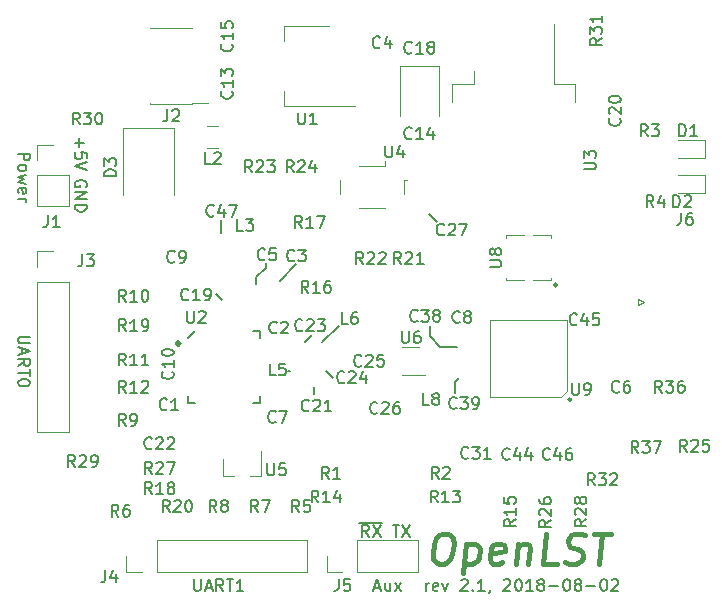
<source format=gto>
G04 #@! TF.FileFunction,Legend,Top*
%FSLAX46Y46*%
G04 Gerber Fmt 4.6, Leading zero omitted, Abs format (unit mm)*
G04 Created by KiCad (PCBNEW 4.0.7-e2-6376~58~ubuntu16.04.1) date Thu Aug  2 15:14:07 2018*
%MOMM*%
%LPD*%
G01*
G04 APERTURE LIST*
%ADD10C,0.100000*%
%ADD11C,0.200000*%
%ADD12C,0.150000*%
%ADD13C,0.450000*%
%ADD14C,0.120000*%
%ADD15C,0.300000*%
%ADD16C,0.250000*%
G04 APERTURE END LIST*
D10*
D11*
X148800000Y-56050000D02*
X148800000Y-56000000D01*
X149500000Y-56750000D02*
X148800000Y-56050000D01*
X131250000Y-56550000D02*
X131250000Y-57650000D01*
X130800000Y-62800000D02*
X131300000Y-63300000D01*
X134200000Y-62000000D02*
X134200000Y-61900000D01*
X134200000Y-61400000D02*
X134200000Y-62000000D01*
X135000000Y-60600000D02*
X134200000Y-61400000D01*
X135000000Y-60200000D02*
X135000000Y-60600000D01*
X137600000Y-60300000D02*
X136200000Y-61700000D01*
X141200000Y-65500000D02*
X139800000Y-66900000D01*
X151000000Y-70300000D02*
X151400000Y-69900000D01*
X151000000Y-71200000D02*
X151000000Y-70300000D01*
X149800000Y-67300000D02*
X151200000Y-67300000D01*
X148900000Y-66400000D02*
X149800000Y-67300000D01*
X148900000Y-65500000D02*
X148900000Y-66400000D01*
X138900000Y-66300000D02*
X138300000Y-66900000D01*
X136900000Y-69300000D02*
X137100000Y-69300000D01*
X139100000Y-71300000D02*
X139100000Y-70700000D01*
X140100000Y-69300000D02*
X140700000Y-69900000D01*
D12*
X148580952Y-87952381D02*
X148580952Y-87285714D01*
X148580952Y-87476190D02*
X148628571Y-87380952D01*
X148676190Y-87333333D01*
X148771428Y-87285714D01*
X148866667Y-87285714D01*
X149580953Y-87904762D02*
X149485715Y-87952381D01*
X149295238Y-87952381D01*
X149200000Y-87904762D01*
X149152381Y-87809524D01*
X149152381Y-87428571D01*
X149200000Y-87333333D01*
X149295238Y-87285714D01*
X149485715Y-87285714D01*
X149580953Y-87333333D01*
X149628572Y-87428571D01*
X149628572Y-87523810D01*
X149152381Y-87619048D01*
X149961905Y-87285714D02*
X150200000Y-87952381D01*
X150438096Y-87285714D01*
X151533334Y-87047619D02*
X151580953Y-87000000D01*
X151676191Y-86952381D01*
X151914287Y-86952381D01*
X152009525Y-87000000D01*
X152057144Y-87047619D01*
X152104763Y-87142857D01*
X152104763Y-87238095D01*
X152057144Y-87380952D01*
X151485715Y-87952381D01*
X152104763Y-87952381D01*
X152533334Y-87857143D02*
X152580953Y-87904762D01*
X152533334Y-87952381D01*
X152485715Y-87904762D01*
X152533334Y-87857143D01*
X152533334Y-87952381D01*
X153533334Y-87952381D02*
X152961905Y-87952381D01*
X153247619Y-87952381D02*
X153247619Y-86952381D01*
X153152381Y-87095238D01*
X153057143Y-87190476D01*
X152961905Y-87238095D01*
X154009524Y-87904762D02*
X154009524Y-87952381D01*
X153961905Y-88047619D01*
X153914286Y-88095238D01*
X155152381Y-87047619D02*
X155200000Y-87000000D01*
X155295238Y-86952381D01*
X155533334Y-86952381D01*
X155628572Y-87000000D01*
X155676191Y-87047619D01*
X155723810Y-87142857D01*
X155723810Y-87238095D01*
X155676191Y-87380952D01*
X155104762Y-87952381D01*
X155723810Y-87952381D01*
X156342857Y-86952381D02*
X156438096Y-86952381D01*
X156533334Y-87000000D01*
X156580953Y-87047619D01*
X156628572Y-87142857D01*
X156676191Y-87333333D01*
X156676191Y-87571429D01*
X156628572Y-87761905D01*
X156580953Y-87857143D01*
X156533334Y-87904762D01*
X156438096Y-87952381D01*
X156342857Y-87952381D01*
X156247619Y-87904762D01*
X156200000Y-87857143D01*
X156152381Y-87761905D01*
X156104762Y-87571429D01*
X156104762Y-87333333D01*
X156152381Y-87142857D01*
X156200000Y-87047619D01*
X156247619Y-87000000D01*
X156342857Y-86952381D01*
X157628572Y-87952381D02*
X157057143Y-87952381D01*
X157342857Y-87952381D02*
X157342857Y-86952381D01*
X157247619Y-87095238D01*
X157152381Y-87190476D01*
X157057143Y-87238095D01*
X158200000Y-87380952D02*
X158104762Y-87333333D01*
X158057143Y-87285714D01*
X158009524Y-87190476D01*
X158009524Y-87142857D01*
X158057143Y-87047619D01*
X158104762Y-87000000D01*
X158200000Y-86952381D01*
X158390477Y-86952381D01*
X158485715Y-87000000D01*
X158533334Y-87047619D01*
X158580953Y-87142857D01*
X158580953Y-87190476D01*
X158533334Y-87285714D01*
X158485715Y-87333333D01*
X158390477Y-87380952D01*
X158200000Y-87380952D01*
X158104762Y-87428571D01*
X158057143Y-87476190D01*
X158009524Y-87571429D01*
X158009524Y-87761905D01*
X158057143Y-87857143D01*
X158104762Y-87904762D01*
X158200000Y-87952381D01*
X158390477Y-87952381D01*
X158485715Y-87904762D01*
X158533334Y-87857143D01*
X158580953Y-87761905D01*
X158580953Y-87571429D01*
X158533334Y-87476190D01*
X158485715Y-87428571D01*
X158390477Y-87380952D01*
X159009524Y-87571429D02*
X159771429Y-87571429D01*
X160438095Y-86952381D02*
X160533334Y-86952381D01*
X160628572Y-87000000D01*
X160676191Y-87047619D01*
X160723810Y-87142857D01*
X160771429Y-87333333D01*
X160771429Y-87571429D01*
X160723810Y-87761905D01*
X160676191Y-87857143D01*
X160628572Y-87904762D01*
X160533334Y-87952381D01*
X160438095Y-87952381D01*
X160342857Y-87904762D01*
X160295238Y-87857143D01*
X160247619Y-87761905D01*
X160200000Y-87571429D01*
X160200000Y-87333333D01*
X160247619Y-87142857D01*
X160295238Y-87047619D01*
X160342857Y-87000000D01*
X160438095Y-86952381D01*
X161342857Y-87380952D02*
X161247619Y-87333333D01*
X161200000Y-87285714D01*
X161152381Y-87190476D01*
X161152381Y-87142857D01*
X161200000Y-87047619D01*
X161247619Y-87000000D01*
X161342857Y-86952381D01*
X161533334Y-86952381D01*
X161628572Y-87000000D01*
X161676191Y-87047619D01*
X161723810Y-87142857D01*
X161723810Y-87190476D01*
X161676191Y-87285714D01*
X161628572Y-87333333D01*
X161533334Y-87380952D01*
X161342857Y-87380952D01*
X161247619Y-87428571D01*
X161200000Y-87476190D01*
X161152381Y-87571429D01*
X161152381Y-87761905D01*
X161200000Y-87857143D01*
X161247619Y-87904762D01*
X161342857Y-87952381D01*
X161533334Y-87952381D01*
X161628572Y-87904762D01*
X161676191Y-87857143D01*
X161723810Y-87761905D01*
X161723810Y-87571429D01*
X161676191Y-87476190D01*
X161628572Y-87428571D01*
X161533334Y-87380952D01*
X162152381Y-87571429D02*
X162914286Y-87571429D01*
X163580952Y-86952381D02*
X163676191Y-86952381D01*
X163771429Y-87000000D01*
X163819048Y-87047619D01*
X163866667Y-87142857D01*
X163914286Y-87333333D01*
X163914286Y-87571429D01*
X163866667Y-87761905D01*
X163819048Y-87857143D01*
X163771429Y-87904762D01*
X163676191Y-87952381D01*
X163580952Y-87952381D01*
X163485714Y-87904762D01*
X163438095Y-87857143D01*
X163390476Y-87761905D01*
X163342857Y-87571429D01*
X163342857Y-87333333D01*
X163390476Y-87142857D01*
X163438095Y-87047619D01*
X163485714Y-87000000D01*
X163580952Y-86952381D01*
X164295238Y-87047619D02*
X164342857Y-87000000D01*
X164438095Y-86952381D01*
X164676191Y-86952381D01*
X164771429Y-87000000D01*
X164819048Y-87047619D01*
X164866667Y-87142857D01*
X164866667Y-87238095D01*
X164819048Y-87380952D01*
X164247619Y-87952381D01*
X164866667Y-87952381D01*
X144204762Y-87666667D02*
X144680953Y-87666667D01*
X144109524Y-87952381D02*
X144442857Y-86952381D01*
X144776191Y-87952381D01*
X145538096Y-87285714D02*
X145538096Y-87952381D01*
X145109524Y-87285714D02*
X145109524Y-87809524D01*
X145157143Y-87904762D01*
X145252381Y-87952381D01*
X145395239Y-87952381D01*
X145490477Y-87904762D01*
X145538096Y-87857143D01*
X145919048Y-87952381D02*
X146442858Y-87285714D01*
X145919048Y-87285714D02*
X146442858Y-87952381D01*
X114047619Y-50923809D02*
X115047619Y-50923809D01*
X115047619Y-51304762D01*
X115000000Y-51400000D01*
X114952381Y-51447619D01*
X114857143Y-51495238D01*
X114714286Y-51495238D01*
X114619048Y-51447619D01*
X114571429Y-51400000D01*
X114523810Y-51304762D01*
X114523810Y-50923809D01*
X114047619Y-52066666D02*
X114095238Y-51971428D01*
X114142857Y-51923809D01*
X114238095Y-51876190D01*
X114523810Y-51876190D01*
X114619048Y-51923809D01*
X114666667Y-51971428D01*
X114714286Y-52066666D01*
X114714286Y-52209524D01*
X114666667Y-52304762D01*
X114619048Y-52352381D01*
X114523810Y-52400000D01*
X114238095Y-52400000D01*
X114142857Y-52352381D01*
X114095238Y-52304762D01*
X114047619Y-52209524D01*
X114047619Y-52066666D01*
X114714286Y-52733333D02*
X114047619Y-52923809D01*
X114523810Y-53114286D01*
X114047619Y-53304762D01*
X114714286Y-53495238D01*
X114095238Y-54257143D02*
X114047619Y-54161905D01*
X114047619Y-53971428D01*
X114095238Y-53876190D01*
X114190476Y-53828571D01*
X114571429Y-53828571D01*
X114666667Y-53876190D01*
X114714286Y-53971428D01*
X114714286Y-54161905D01*
X114666667Y-54257143D01*
X114571429Y-54304762D01*
X114476190Y-54304762D01*
X114380952Y-53828571D01*
X114047619Y-54733333D02*
X114714286Y-54733333D01*
X114523810Y-54733333D02*
X114619048Y-54780952D01*
X114666667Y-54828571D01*
X114714286Y-54923809D01*
X114714286Y-55019048D01*
X115047619Y-66428571D02*
X114238095Y-66428571D01*
X114142857Y-66476190D01*
X114095238Y-66523809D01*
X114047619Y-66619047D01*
X114047619Y-66809524D01*
X114095238Y-66904762D01*
X114142857Y-66952381D01*
X114238095Y-67000000D01*
X115047619Y-67000000D01*
X114333333Y-67428571D02*
X114333333Y-67904762D01*
X114047619Y-67333333D02*
X115047619Y-67666666D01*
X114047619Y-68000000D01*
X114047619Y-68904762D02*
X114523810Y-68571428D01*
X114047619Y-68333333D02*
X115047619Y-68333333D01*
X115047619Y-68714286D01*
X115000000Y-68809524D01*
X114952381Y-68857143D01*
X114857143Y-68904762D01*
X114714286Y-68904762D01*
X114619048Y-68857143D01*
X114571429Y-68809524D01*
X114523810Y-68714286D01*
X114523810Y-68333333D01*
X115047619Y-69190476D02*
X115047619Y-69761905D01*
X114047619Y-69476190D02*
X115047619Y-69476190D01*
X115047619Y-70285714D02*
X115047619Y-70380953D01*
X115000000Y-70476191D01*
X114952381Y-70523810D01*
X114857143Y-70571429D01*
X114666667Y-70619048D01*
X114428571Y-70619048D01*
X114238095Y-70571429D01*
X114142857Y-70523810D01*
X114095238Y-70476191D01*
X114047619Y-70380953D01*
X114047619Y-70285714D01*
X114095238Y-70190476D01*
X114142857Y-70142857D01*
X114238095Y-70095238D01*
X114428571Y-70047619D01*
X114666667Y-70047619D01*
X114857143Y-70095238D01*
X114952381Y-70142857D01*
X115000000Y-70190476D01*
X115047619Y-70285714D01*
X128928571Y-86952381D02*
X128928571Y-87761905D01*
X128976190Y-87857143D01*
X129023809Y-87904762D01*
X129119047Y-87952381D01*
X129309524Y-87952381D01*
X129404762Y-87904762D01*
X129452381Y-87857143D01*
X129500000Y-87761905D01*
X129500000Y-86952381D01*
X129928571Y-87666667D02*
X130404762Y-87666667D01*
X129833333Y-87952381D02*
X130166666Y-86952381D01*
X130500000Y-87952381D01*
X131404762Y-87952381D02*
X131071428Y-87476190D01*
X130833333Y-87952381D02*
X130833333Y-86952381D01*
X131214286Y-86952381D01*
X131309524Y-87000000D01*
X131357143Y-87047619D01*
X131404762Y-87142857D01*
X131404762Y-87285714D01*
X131357143Y-87380952D01*
X131309524Y-87428571D01*
X131214286Y-87476190D01*
X130833333Y-87476190D01*
X131690476Y-86952381D02*
X132261905Y-86952381D01*
X131976190Y-87952381D02*
X131976190Y-86952381D01*
X133119048Y-87952381D02*
X132547619Y-87952381D01*
X132833333Y-87952381D02*
X132833333Y-86952381D01*
X132738095Y-87095238D01*
X132642857Y-87190476D01*
X132547619Y-87238095D01*
X119800000Y-53738096D02*
X119847619Y-53642858D01*
X119847619Y-53500001D01*
X119800000Y-53357143D01*
X119704762Y-53261905D01*
X119609524Y-53214286D01*
X119419048Y-53166667D01*
X119276190Y-53166667D01*
X119085714Y-53214286D01*
X118990476Y-53261905D01*
X118895238Y-53357143D01*
X118847619Y-53500001D01*
X118847619Y-53595239D01*
X118895238Y-53738096D01*
X118942857Y-53785715D01*
X119276190Y-53785715D01*
X119276190Y-53595239D01*
X118847619Y-54214286D02*
X119847619Y-54214286D01*
X118847619Y-54785715D01*
X119847619Y-54785715D01*
X118847619Y-55261905D02*
X119847619Y-55261905D01*
X119847619Y-55500000D01*
X119800000Y-55642858D01*
X119704762Y-55738096D01*
X119609524Y-55785715D01*
X119419048Y-55833334D01*
X119276190Y-55833334D01*
X119085714Y-55785715D01*
X118990476Y-55738096D01*
X118895238Y-55642858D01*
X118847619Y-55500000D01*
X118847619Y-55261905D01*
X119228571Y-49614286D02*
X119228571Y-50376191D01*
X118847619Y-49995239D02*
X119609524Y-49995239D01*
X119847619Y-51328572D02*
X119847619Y-50852381D01*
X119371429Y-50804762D01*
X119419048Y-50852381D01*
X119466667Y-50947619D01*
X119466667Y-51185715D01*
X119419048Y-51280953D01*
X119371429Y-51328572D01*
X119276190Y-51376191D01*
X119038095Y-51376191D01*
X118942857Y-51328572D01*
X118895238Y-51280953D01*
X118847619Y-51185715D01*
X118847619Y-50947619D01*
X118895238Y-50852381D01*
X118942857Y-50804762D01*
X119847619Y-51661905D02*
X118847619Y-51995238D01*
X119847619Y-52328572D01*
X145738095Y-82352381D02*
X146309524Y-82352381D01*
X146023809Y-83352381D02*
X146023809Y-82352381D01*
X146547619Y-82352381D02*
X147214286Y-83352381D01*
X147214286Y-82352381D02*
X146547619Y-83352381D01*
X143733334Y-83352381D02*
X143400000Y-82876190D01*
X143161905Y-83352381D02*
X143161905Y-82352381D01*
X143542858Y-82352381D01*
X143638096Y-82400000D01*
X143685715Y-82447619D01*
X143733334Y-82542857D01*
X143733334Y-82685714D01*
X143685715Y-82780952D01*
X143638096Y-82828571D01*
X143542858Y-82876190D01*
X143161905Y-82876190D01*
X144066667Y-82352381D02*
X144733334Y-83352381D01*
X144733334Y-82352381D02*
X144066667Y-83352381D01*
X142923810Y-82180000D02*
X144876191Y-82180000D01*
D13*
X149944941Y-83130952D02*
X150421131Y-83130952D01*
X150644345Y-83250000D01*
X150852679Y-83488095D01*
X150912202Y-83964286D01*
X150808036Y-84797619D01*
X150629465Y-85273810D01*
X150361607Y-85511905D01*
X150108631Y-85630952D01*
X149632441Y-85630952D01*
X149409226Y-85511905D01*
X149200893Y-85273810D01*
X149141369Y-84797619D01*
X149245535Y-83964286D01*
X149424107Y-83488095D01*
X149691964Y-83250000D01*
X149944941Y-83130952D01*
X151983631Y-83964286D02*
X151671131Y-86464286D01*
X151968750Y-84083333D02*
X152221726Y-83964286D01*
X152697917Y-83964286D01*
X152921131Y-84083333D01*
X153025298Y-84202381D01*
X153114584Y-84440476D01*
X153025298Y-85154762D01*
X152876489Y-85392857D01*
X152742560Y-85511905D01*
X152489584Y-85630952D01*
X152013393Y-85630952D01*
X151790179Y-85511905D01*
X155004465Y-85511905D02*
X154751489Y-85630952D01*
X154275298Y-85630952D01*
X154052084Y-85511905D01*
X153962798Y-85273810D01*
X154081845Y-84321429D01*
X154230655Y-84083333D01*
X154483631Y-83964286D01*
X154959822Y-83964286D01*
X155183036Y-84083333D01*
X155272322Y-84321429D01*
X155242561Y-84559524D01*
X154022322Y-84797619D01*
X156388393Y-83964286D02*
X156180060Y-85630952D01*
X156358631Y-84202381D02*
X156492560Y-84083333D01*
X156745536Y-83964286D01*
X157102679Y-83964286D01*
X157325893Y-84083333D01*
X157415179Y-84321429D01*
X157251489Y-85630952D01*
X159632441Y-85630952D02*
X158441965Y-85630952D01*
X158754465Y-83130952D01*
X160361608Y-85511905D02*
X160703870Y-85630952D01*
X161299108Y-85630952D01*
X161552085Y-85511905D01*
X161686013Y-85392857D01*
X161834823Y-85154762D01*
X161864585Y-84916667D01*
X161775299Y-84678571D01*
X161671133Y-84559524D01*
X161447918Y-84440476D01*
X160986608Y-84321429D01*
X160763394Y-84202381D01*
X160659227Y-84083333D01*
X160569941Y-83845238D01*
X160599703Y-83607143D01*
X160748513Y-83369048D01*
X160882442Y-83250000D01*
X161135418Y-83130952D01*
X161730656Y-83130952D01*
X162072918Y-83250000D01*
X162802084Y-83130952D02*
X164230656Y-83130952D01*
X163203870Y-85630952D02*
X163516370Y-83130952D01*
D14*
X115670000Y-74530000D02*
X118330000Y-74530000D01*
X115670000Y-61770000D02*
X115670000Y-74530000D01*
X118330000Y-61770000D02*
X118330000Y-74530000D01*
X115670000Y-61770000D02*
X118330000Y-61770000D01*
X115670000Y-60500000D02*
X115670000Y-59170000D01*
X115670000Y-59170000D02*
X117000000Y-59170000D01*
D12*
X129050000Y-65950000D02*
X128450000Y-66550000D01*
D15*
X127750000Y-67000000D02*
G75*
G03X127750000Y-67000000I-150000J0D01*
G01*
D12*
X134550000Y-72050000D02*
X133950000Y-72050000D01*
X134550000Y-72050000D02*
X134550000Y-71450000D01*
X128450000Y-72050000D02*
X129050000Y-72050000D01*
X128450000Y-72050000D02*
X128450000Y-71450000D01*
X133950000Y-65950000D02*
X134550000Y-65950000D01*
X134550000Y-65950000D02*
X134550000Y-66550000D01*
D14*
X157650000Y-57850000D02*
X159150000Y-57850000D01*
X159150000Y-57850000D02*
X159150000Y-58050000D01*
X155350000Y-58050000D02*
X155350000Y-57850000D01*
X155350000Y-57850000D02*
X156850000Y-57850000D01*
X156850000Y-61650000D02*
X155350000Y-61650000D01*
X155350000Y-61650000D02*
X155350000Y-61450000D01*
X159150000Y-61650000D02*
X157650000Y-61650000D01*
X159150000Y-61650000D02*
X159150000Y-61450000D01*
D11*
X159691421Y-62050000D02*
G75*
G03X159691421Y-62050000I-141421J0D01*
G01*
D10*
X160500000Y-71000000D02*
X160000000Y-71500000D01*
X160000000Y-71500000D02*
X154000000Y-71500000D01*
X154000000Y-71500000D02*
X154000000Y-65000000D01*
X154000000Y-65000000D02*
X160500000Y-65000000D01*
X160500000Y-65000000D02*
X160500000Y-71000000D01*
D16*
X160850000Y-71750000D02*
G75*
G03X160850000Y-71750000I-100000J0D01*
G01*
D14*
X149660000Y-47750000D02*
X149660000Y-43530000D01*
X149660000Y-43530000D02*
X146340000Y-43530000D01*
X146340000Y-43530000D02*
X146340000Y-47750000D01*
X169950000Y-51260000D02*
X172220000Y-51260000D01*
X172220000Y-51260000D02*
X172220000Y-49740000D01*
X172220000Y-49740000D02*
X169950000Y-49740000D01*
X169950000Y-54260000D02*
X172220000Y-54260000D01*
X172220000Y-54260000D02*
X172220000Y-52740000D01*
X172220000Y-52740000D02*
X169950000Y-52740000D01*
X127250000Y-48750000D02*
X122950000Y-48750000D01*
X122950000Y-48750000D02*
X122950000Y-54450000D01*
X127250000Y-48750000D02*
X127250000Y-54450000D01*
X115670000Y-55370000D02*
X118330000Y-55370000D01*
X115670000Y-52770000D02*
X115670000Y-55370000D01*
X118330000Y-52770000D02*
X118330000Y-55370000D01*
X115670000Y-52770000D02*
X118330000Y-52770000D01*
X115670000Y-51500000D02*
X115670000Y-50170000D01*
X115670000Y-50170000D02*
X117000000Y-50170000D01*
X128765000Y-46735000D02*
X125235000Y-46735000D01*
X128765000Y-40265000D02*
X125235000Y-40265000D01*
X130090000Y-46670000D02*
X128765000Y-46670000D01*
X128765000Y-46735000D02*
X128765000Y-46670000D01*
X125235000Y-46735000D02*
X125235000Y-46670000D01*
X128765000Y-40330000D02*
X128765000Y-40265000D01*
X125235000Y-40330000D02*
X125235000Y-40265000D01*
X138530000Y-86330000D02*
X138530000Y-83670000D01*
X125770000Y-86330000D02*
X138530000Y-86330000D01*
X125770000Y-83670000D02*
X138530000Y-83670000D01*
X125770000Y-86330000D02*
X125770000Y-83670000D01*
X124500000Y-86330000D02*
X123170000Y-86330000D01*
X123170000Y-86330000D02*
X123170000Y-85000000D01*
X147910000Y-86330000D02*
X147910000Y-83670000D01*
X142770000Y-86330000D02*
X147910000Y-86330000D01*
X142770000Y-83670000D02*
X147910000Y-83670000D01*
X142770000Y-86330000D02*
X142770000Y-83670000D01*
X141500000Y-86330000D02*
X140170000Y-86330000D01*
X140170000Y-86330000D02*
X140170000Y-85000000D01*
X166500000Y-63250000D02*
X167000000Y-63500000D01*
X166500000Y-63750000D02*
X166500000Y-63250000D01*
X167000000Y-63500000D02*
X166500000Y-63750000D01*
X131000000Y-50410000D02*
X130000000Y-50410000D01*
X131000000Y-48590000D02*
X130000000Y-48590000D01*
X136590000Y-40090000D02*
X136590000Y-41350000D01*
X136590000Y-46910000D02*
X136590000Y-45650000D01*
X140350000Y-40090000D02*
X136590000Y-40090000D01*
X142600000Y-46910000D02*
X136590000Y-46910000D01*
X161200000Y-46550000D02*
X161200000Y-45050000D01*
X161200000Y-45050000D02*
X159390000Y-45050000D01*
X159390000Y-45050000D02*
X159390000Y-39925000D01*
X150800000Y-46550000D02*
X150800000Y-45050000D01*
X150800000Y-45050000D02*
X152610000Y-45050000D01*
X152610000Y-45050000D02*
X152610000Y-43950000D01*
X147000000Y-53150000D02*
X146700000Y-53150000D01*
X146700000Y-53150000D02*
X146700000Y-54350000D01*
X141300000Y-54350000D02*
X141300000Y-53150000D01*
X145100000Y-55550000D02*
X142900000Y-55550000D01*
X142900000Y-51950000D02*
X145100000Y-51950000D01*
X145100000Y-51950000D02*
X145100000Y-51550000D01*
X131420000Y-78260000D02*
X132350000Y-78260000D01*
X134580000Y-78260000D02*
X133650000Y-78260000D01*
X134580000Y-78260000D02*
X134580000Y-76100000D01*
X131420000Y-78260000D02*
X131420000Y-76800000D01*
X146550000Y-69660000D02*
X148450000Y-69660000D01*
X147950000Y-67340000D02*
X146550000Y-67340000D01*
D12*
X119466667Y-59452381D02*
X119466667Y-60166667D01*
X119419047Y-60309524D01*
X119323809Y-60404762D01*
X119180952Y-60452381D01*
X119085714Y-60452381D01*
X119847619Y-59452381D02*
X120466667Y-59452381D01*
X120133333Y-59833333D01*
X120276191Y-59833333D01*
X120371429Y-59880952D01*
X120419048Y-59928571D01*
X120466667Y-60023810D01*
X120466667Y-60261905D01*
X120419048Y-60357143D01*
X120371429Y-60404762D01*
X120276191Y-60452381D01*
X119990476Y-60452381D01*
X119895238Y-60404762D01*
X119847619Y-60357143D01*
X128338095Y-64252381D02*
X128338095Y-65061905D01*
X128385714Y-65157143D01*
X128433333Y-65204762D01*
X128528571Y-65252381D01*
X128719048Y-65252381D01*
X128814286Y-65204762D01*
X128861905Y-65157143D01*
X128909524Y-65061905D01*
X128909524Y-64252381D01*
X129338095Y-64347619D02*
X129385714Y-64300000D01*
X129480952Y-64252381D01*
X129719048Y-64252381D01*
X129814286Y-64300000D01*
X129861905Y-64347619D01*
X129909524Y-64442857D01*
X129909524Y-64538095D01*
X129861905Y-64680952D01*
X129290476Y-65252381D01*
X129909524Y-65252381D01*
X153952381Y-60511905D02*
X154761905Y-60511905D01*
X154857143Y-60464286D01*
X154904762Y-60416667D01*
X154952381Y-60321429D01*
X154952381Y-60130952D01*
X154904762Y-60035714D01*
X154857143Y-59988095D01*
X154761905Y-59940476D01*
X153952381Y-59940476D01*
X154380952Y-59321429D02*
X154333333Y-59416667D01*
X154285714Y-59464286D01*
X154190476Y-59511905D01*
X154142857Y-59511905D01*
X154047619Y-59464286D01*
X154000000Y-59416667D01*
X153952381Y-59321429D01*
X153952381Y-59130952D01*
X154000000Y-59035714D01*
X154047619Y-58988095D01*
X154142857Y-58940476D01*
X154190476Y-58940476D01*
X154285714Y-58988095D01*
X154333333Y-59035714D01*
X154380952Y-59130952D01*
X154380952Y-59321429D01*
X154428571Y-59416667D01*
X154476190Y-59464286D01*
X154571429Y-59511905D01*
X154761905Y-59511905D01*
X154857143Y-59464286D01*
X154904762Y-59416667D01*
X154952381Y-59321429D01*
X154952381Y-59130952D01*
X154904762Y-59035714D01*
X154857143Y-58988095D01*
X154761905Y-58940476D01*
X154571429Y-58940476D01*
X154476190Y-58988095D01*
X154428571Y-59035714D01*
X154380952Y-59130952D01*
X160938095Y-70352381D02*
X160938095Y-71161905D01*
X160985714Y-71257143D01*
X161033333Y-71304762D01*
X161128571Y-71352381D01*
X161319048Y-71352381D01*
X161414286Y-71304762D01*
X161461905Y-71257143D01*
X161509524Y-71161905D01*
X161509524Y-70352381D01*
X162033333Y-71352381D02*
X162223809Y-71352381D01*
X162319048Y-71304762D01*
X162366667Y-71257143D01*
X162461905Y-71114286D01*
X162509524Y-70923810D01*
X162509524Y-70542857D01*
X162461905Y-70447619D01*
X162414286Y-70400000D01*
X162319048Y-70352381D01*
X162128571Y-70352381D01*
X162033333Y-70400000D01*
X161985714Y-70447619D01*
X161938095Y-70542857D01*
X161938095Y-70780952D01*
X161985714Y-70876190D01*
X162033333Y-70923810D01*
X162128571Y-70971429D01*
X162319048Y-70971429D01*
X162414286Y-70923810D01*
X162461905Y-70876190D01*
X162509524Y-70780952D01*
X126633334Y-72557143D02*
X126585715Y-72604762D01*
X126442858Y-72652381D01*
X126347620Y-72652381D01*
X126204762Y-72604762D01*
X126109524Y-72509524D01*
X126061905Y-72414286D01*
X126014286Y-72223810D01*
X126014286Y-72080952D01*
X126061905Y-71890476D01*
X126109524Y-71795238D01*
X126204762Y-71700000D01*
X126347620Y-71652381D01*
X126442858Y-71652381D01*
X126585715Y-71700000D01*
X126633334Y-71747619D01*
X127585715Y-72652381D02*
X127014286Y-72652381D01*
X127300000Y-72652381D02*
X127300000Y-71652381D01*
X127204762Y-71795238D01*
X127109524Y-71890476D01*
X127014286Y-71938095D01*
X135933334Y-66057143D02*
X135885715Y-66104762D01*
X135742858Y-66152381D01*
X135647620Y-66152381D01*
X135504762Y-66104762D01*
X135409524Y-66009524D01*
X135361905Y-65914286D01*
X135314286Y-65723810D01*
X135314286Y-65580952D01*
X135361905Y-65390476D01*
X135409524Y-65295238D01*
X135504762Y-65200000D01*
X135647620Y-65152381D01*
X135742858Y-65152381D01*
X135885715Y-65200000D01*
X135933334Y-65247619D01*
X136314286Y-65247619D02*
X136361905Y-65200000D01*
X136457143Y-65152381D01*
X136695239Y-65152381D01*
X136790477Y-65200000D01*
X136838096Y-65247619D01*
X136885715Y-65342857D01*
X136885715Y-65438095D01*
X136838096Y-65580952D01*
X136266667Y-66152381D01*
X136885715Y-66152381D01*
X137433334Y-59957143D02*
X137385715Y-60004762D01*
X137242858Y-60052381D01*
X137147620Y-60052381D01*
X137004762Y-60004762D01*
X136909524Y-59909524D01*
X136861905Y-59814286D01*
X136814286Y-59623810D01*
X136814286Y-59480952D01*
X136861905Y-59290476D01*
X136909524Y-59195238D01*
X137004762Y-59100000D01*
X137147620Y-59052381D01*
X137242858Y-59052381D01*
X137385715Y-59100000D01*
X137433334Y-59147619D01*
X137766667Y-59052381D02*
X138385715Y-59052381D01*
X138052381Y-59433333D01*
X138195239Y-59433333D01*
X138290477Y-59480952D01*
X138338096Y-59528571D01*
X138385715Y-59623810D01*
X138385715Y-59861905D01*
X138338096Y-59957143D01*
X138290477Y-60004762D01*
X138195239Y-60052381D01*
X137909524Y-60052381D01*
X137814286Y-60004762D01*
X137766667Y-59957143D01*
X144683334Y-41907143D02*
X144635715Y-41954762D01*
X144492858Y-42002381D01*
X144397620Y-42002381D01*
X144254762Y-41954762D01*
X144159524Y-41859524D01*
X144111905Y-41764286D01*
X144064286Y-41573810D01*
X144064286Y-41430952D01*
X144111905Y-41240476D01*
X144159524Y-41145238D01*
X144254762Y-41050000D01*
X144397620Y-41002381D01*
X144492858Y-41002381D01*
X144635715Y-41050000D01*
X144683334Y-41097619D01*
X145540477Y-41335714D02*
X145540477Y-42002381D01*
X145302381Y-40954762D02*
X145064286Y-41669048D01*
X145683334Y-41669048D01*
X134933334Y-59857143D02*
X134885715Y-59904762D01*
X134742858Y-59952381D01*
X134647620Y-59952381D01*
X134504762Y-59904762D01*
X134409524Y-59809524D01*
X134361905Y-59714286D01*
X134314286Y-59523810D01*
X134314286Y-59380952D01*
X134361905Y-59190476D01*
X134409524Y-59095238D01*
X134504762Y-59000000D01*
X134647620Y-58952381D01*
X134742858Y-58952381D01*
X134885715Y-59000000D01*
X134933334Y-59047619D01*
X135838096Y-58952381D02*
X135361905Y-58952381D01*
X135314286Y-59428571D01*
X135361905Y-59380952D01*
X135457143Y-59333333D01*
X135695239Y-59333333D01*
X135790477Y-59380952D01*
X135838096Y-59428571D01*
X135885715Y-59523810D01*
X135885715Y-59761905D01*
X135838096Y-59857143D01*
X135790477Y-59904762D01*
X135695239Y-59952381D01*
X135457143Y-59952381D01*
X135361905Y-59904762D01*
X135314286Y-59857143D01*
X164933334Y-71057143D02*
X164885715Y-71104762D01*
X164742858Y-71152381D01*
X164647620Y-71152381D01*
X164504762Y-71104762D01*
X164409524Y-71009524D01*
X164361905Y-70914286D01*
X164314286Y-70723810D01*
X164314286Y-70580952D01*
X164361905Y-70390476D01*
X164409524Y-70295238D01*
X164504762Y-70200000D01*
X164647620Y-70152381D01*
X164742858Y-70152381D01*
X164885715Y-70200000D01*
X164933334Y-70247619D01*
X165790477Y-70152381D02*
X165600000Y-70152381D01*
X165504762Y-70200000D01*
X165457143Y-70247619D01*
X165361905Y-70390476D01*
X165314286Y-70580952D01*
X165314286Y-70961905D01*
X165361905Y-71057143D01*
X165409524Y-71104762D01*
X165504762Y-71152381D01*
X165695239Y-71152381D01*
X165790477Y-71104762D01*
X165838096Y-71057143D01*
X165885715Y-70961905D01*
X165885715Y-70723810D01*
X165838096Y-70628571D01*
X165790477Y-70580952D01*
X165695239Y-70533333D01*
X165504762Y-70533333D01*
X165409524Y-70580952D01*
X165361905Y-70628571D01*
X165314286Y-70723810D01*
X135833334Y-73607143D02*
X135785715Y-73654762D01*
X135642858Y-73702381D01*
X135547620Y-73702381D01*
X135404762Y-73654762D01*
X135309524Y-73559524D01*
X135261905Y-73464286D01*
X135214286Y-73273810D01*
X135214286Y-73130952D01*
X135261905Y-72940476D01*
X135309524Y-72845238D01*
X135404762Y-72750000D01*
X135547620Y-72702381D01*
X135642858Y-72702381D01*
X135785715Y-72750000D01*
X135833334Y-72797619D01*
X136166667Y-72702381D02*
X136833334Y-72702381D01*
X136404762Y-73702381D01*
X151433334Y-65157143D02*
X151385715Y-65204762D01*
X151242858Y-65252381D01*
X151147620Y-65252381D01*
X151004762Y-65204762D01*
X150909524Y-65109524D01*
X150861905Y-65014286D01*
X150814286Y-64823810D01*
X150814286Y-64680952D01*
X150861905Y-64490476D01*
X150909524Y-64395238D01*
X151004762Y-64300000D01*
X151147620Y-64252381D01*
X151242858Y-64252381D01*
X151385715Y-64300000D01*
X151433334Y-64347619D01*
X152004762Y-64680952D02*
X151909524Y-64633333D01*
X151861905Y-64585714D01*
X151814286Y-64490476D01*
X151814286Y-64442857D01*
X151861905Y-64347619D01*
X151909524Y-64300000D01*
X152004762Y-64252381D01*
X152195239Y-64252381D01*
X152290477Y-64300000D01*
X152338096Y-64347619D01*
X152385715Y-64442857D01*
X152385715Y-64490476D01*
X152338096Y-64585714D01*
X152290477Y-64633333D01*
X152195239Y-64680952D01*
X152004762Y-64680952D01*
X151909524Y-64728571D01*
X151861905Y-64776190D01*
X151814286Y-64871429D01*
X151814286Y-65061905D01*
X151861905Y-65157143D01*
X151909524Y-65204762D01*
X152004762Y-65252381D01*
X152195239Y-65252381D01*
X152290477Y-65204762D01*
X152338096Y-65157143D01*
X152385715Y-65061905D01*
X152385715Y-64871429D01*
X152338096Y-64776190D01*
X152290477Y-64728571D01*
X152195239Y-64680952D01*
X127283334Y-60057143D02*
X127235715Y-60104762D01*
X127092858Y-60152381D01*
X126997620Y-60152381D01*
X126854762Y-60104762D01*
X126759524Y-60009524D01*
X126711905Y-59914286D01*
X126664286Y-59723810D01*
X126664286Y-59580952D01*
X126711905Y-59390476D01*
X126759524Y-59295238D01*
X126854762Y-59200000D01*
X126997620Y-59152381D01*
X127092858Y-59152381D01*
X127235715Y-59200000D01*
X127283334Y-59247619D01*
X127759524Y-60152381D02*
X127950000Y-60152381D01*
X128045239Y-60104762D01*
X128092858Y-60057143D01*
X128188096Y-59914286D01*
X128235715Y-59723810D01*
X128235715Y-59342857D01*
X128188096Y-59247619D01*
X128140477Y-59200000D01*
X128045239Y-59152381D01*
X127854762Y-59152381D01*
X127759524Y-59200000D01*
X127711905Y-59247619D01*
X127664286Y-59342857D01*
X127664286Y-59580952D01*
X127711905Y-59676190D01*
X127759524Y-59723810D01*
X127854762Y-59771429D01*
X128045239Y-59771429D01*
X128140477Y-59723810D01*
X128188096Y-59676190D01*
X128235715Y-59580952D01*
X127107143Y-69392857D02*
X127154762Y-69440476D01*
X127202381Y-69583333D01*
X127202381Y-69678571D01*
X127154762Y-69821429D01*
X127059524Y-69916667D01*
X126964286Y-69964286D01*
X126773810Y-70011905D01*
X126630952Y-70011905D01*
X126440476Y-69964286D01*
X126345238Y-69916667D01*
X126250000Y-69821429D01*
X126202381Y-69678571D01*
X126202381Y-69583333D01*
X126250000Y-69440476D01*
X126297619Y-69392857D01*
X127202381Y-68440476D02*
X127202381Y-69011905D01*
X127202381Y-68726191D02*
X126202381Y-68726191D01*
X126345238Y-68821429D01*
X126440476Y-68916667D01*
X126488095Y-69011905D01*
X126202381Y-67821429D02*
X126202381Y-67726190D01*
X126250000Y-67630952D01*
X126297619Y-67583333D01*
X126392857Y-67535714D01*
X126583333Y-67488095D01*
X126821429Y-67488095D01*
X127011905Y-67535714D01*
X127107143Y-67583333D01*
X127154762Y-67630952D01*
X127202381Y-67726190D01*
X127202381Y-67821429D01*
X127154762Y-67916667D01*
X127107143Y-67964286D01*
X127011905Y-68011905D01*
X126821429Y-68059524D01*
X126583333Y-68059524D01*
X126392857Y-68011905D01*
X126297619Y-67964286D01*
X126250000Y-67916667D01*
X126202381Y-67821429D01*
X132107143Y-45642857D02*
X132154762Y-45690476D01*
X132202381Y-45833333D01*
X132202381Y-45928571D01*
X132154762Y-46071429D01*
X132059524Y-46166667D01*
X131964286Y-46214286D01*
X131773810Y-46261905D01*
X131630952Y-46261905D01*
X131440476Y-46214286D01*
X131345238Y-46166667D01*
X131250000Y-46071429D01*
X131202381Y-45928571D01*
X131202381Y-45833333D01*
X131250000Y-45690476D01*
X131297619Y-45642857D01*
X132202381Y-44690476D02*
X132202381Y-45261905D01*
X132202381Y-44976191D02*
X131202381Y-44976191D01*
X131345238Y-45071429D01*
X131440476Y-45166667D01*
X131488095Y-45261905D01*
X131202381Y-44357143D02*
X131202381Y-43738095D01*
X131583333Y-44071429D01*
X131583333Y-43928571D01*
X131630952Y-43833333D01*
X131678571Y-43785714D01*
X131773810Y-43738095D01*
X132011905Y-43738095D01*
X132107143Y-43785714D01*
X132154762Y-43833333D01*
X132202381Y-43928571D01*
X132202381Y-44214286D01*
X132154762Y-44309524D01*
X132107143Y-44357143D01*
X147357143Y-49607143D02*
X147309524Y-49654762D01*
X147166667Y-49702381D01*
X147071429Y-49702381D01*
X146928571Y-49654762D01*
X146833333Y-49559524D01*
X146785714Y-49464286D01*
X146738095Y-49273810D01*
X146738095Y-49130952D01*
X146785714Y-48940476D01*
X146833333Y-48845238D01*
X146928571Y-48750000D01*
X147071429Y-48702381D01*
X147166667Y-48702381D01*
X147309524Y-48750000D01*
X147357143Y-48797619D01*
X148309524Y-49702381D02*
X147738095Y-49702381D01*
X148023809Y-49702381D02*
X148023809Y-48702381D01*
X147928571Y-48845238D01*
X147833333Y-48940476D01*
X147738095Y-48988095D01*
X149166667Y-49035714D02*
X149166667Y-49702381D01*
X148928571Y-48654762D02*
X148690476Y-49369048D01*
X149309524Y-49369048D01*
X132107143Y-41642857D02*
X132154762Y-41690476D01*
X132202381Y-41833333D01*
X132202381Y-41928571D01*
X132154762Y-42071429D01*
X132059524Y-42166667D01*
X131964286Y-42214286D01*
X131773810Y-42261905D01*
X131630952Y-42261905D01*
X131440476Y-42214286D01*
X131345238Y-42166667D01*
X131250000Y-42071429D01*
X131202381Y-41928571D01*
X131202381Y-41833333D01*
X131250000Y-41690476D01*
X131297619Y-41642857D01*
X132202381Y-40690476D02*
X132202381Y-41261905D01*
X132202381Y-40976191D02*
X131202381Y-40976191D01*
X131345238Y-41071429D01*
X131440476Y-41166667D01*
X131488095Y-41261905D01*
X131202381Y-39785714D02*
X131202381Y-40261905D01*
X131678571Y-40309524D01*
X131630952Y-40261905D01*
X131583333Y-40166667D01*
X131583333Y-39928571D01*
X131630952Y-39833333D01*
X131678571Y-39785714D01*
X131773810Y-39738095D01*
X132011905Y-39738095D01*
X132107143Y-39785714D01*
X132154762Y-39833333D01*
X132202381Y-39928571D01*
X132202381Y-40166667D01*
X132154762Y-40261905D01*
X132107143Y-40309524D01*
X147357143Y-42357143D02*
X147309524Y-42404762D01*
X147166667Y-42452381D01*
X147071429Y-42452381D01*
X146928571Y-42404762D01*
X146833333Y-42309524D01*
X146785714Y-42214286D01*
X146738095Y-42023810D01*
X146738095Y-41880952D01*
X146785714Y-41690476D01*
X146833333Y-41595238D01*
X146928571Y-41500000D01*
X147071429Y-41452381D01*
X147166667Y-41452381D01*
X147309524Y-41500000D01*
X147357143Y-41547619D01*
X148309524Y-42452381D02*
X147738095Y-42452381D01*
X148023809Y-42452381D02*
X148023809Y-41452381D01*
X147928571Y-41595238D01*
X147833333Y-41690476D01*
X147738095Y-41738095D01*
X148880952Y-41880952D02*
X148785714Y-41833333D01*
X148738095Y-41785714D01*
X148690476Y-41690476D01*
X148690476Y-41642857D01*
X148738095Y-41547619D01*
X148785714Y-41500000D01*
X148880952Y-41452381D01*
X149071429Y-41452381D01*
X149166667Y-41500000D01*
X149214286Y-41547619D01*
X149261905Y-41642857D01*
X149261905Y-41690476D01*
X149214286Y-41785714D01*
X149166667Y-41833333D01*
X149071429Y-41880952D01*
X148880952Y-41880952D01*
X148785714Y-41928571D01*
X148738095Y-41976190D01*
X148690476Y-42071429D01*
X148690476Y-42261905D01*
X148738095Y-42357143D01*
X148785714Y-42404762D01*
X148880952Y-42452381D01*
X149071429Y-42452381D01*
X149166667Y-42404762D01*
X149214286Y-42357143D01*
X149261905Y-42261905D01*
X149261905Y-42071429D01*
X149214286Y-41976190D01*
X149166667Y-41928571D01*
X149071429Y-41880952D01*
X128457143Y-63257143D02*
X128409524Y-63304762D01*
X128266667Y-63352381D01*
X128171429Y-63352381D01*
X128028571Y-63304762D01*
X127933333Y-63209524D01*
X127885714Y-63114286D01*
X127838095Y-62923810D01*
X127838095Y-62780952D01*
X127885714Y-62590476D01*
X127933333Y-62495238D01*
X128028571Y-62400000D01*
X128171429Y-62352381D01*
X128266667Y-62352381D01*
X128409524Y-62400000D01*
X128457143Y-62447619D01*
X129409524Y-63352381D02*
X128838095Y-63352381D01*
X129123809Y-63352381D02*
X129123809Y-62352381D01*
X129028571Y-62495238D01*
X128933333Y-62590476D01*
X128838095Y-62638095D01*
X129885714Y-63352381D02*
X130076190Y-63352381D01*
X130171429Y-63304762D01*
X130219048Y-63257143D01*
X130314286Y-63114286D01*
X130361905Y-62923810D01*
X130361905Y-62542857D01*
X130314286Y-62447619D01*
X130266667Y-62400000D01*
X130171429Y-62352381D01*
X129980952Y-62352381D01*
X129885714Y-62400000D01*
X129838095Y-62447619D01*
X129790476Y-62542857D01*
X129790476Y-62780952D01*
X129838095Y-62876190D01*
X129885714Y-62923810D01*
X129980952Y-62971429D01*
X130171429Y-62971429D01*
X130266667Y-62923810D01*
X130314286Y-62876190D01*
X130361905Y-62780952D01*
X164957143Y-47942857D02*
X165004762Y-47990476D01*
X165052381Y-48133333D01*
X165052381Y-48228571D01*
X165004762Y-48371429D01*
X164909524Y-48466667D01*
X164814286Y-48514286D01*
X164623810Y-48561905D01*
X164480952Y-48561905D01*
X164290476Y-48514286D01*
X164195238Y-48466667D01*
X164100000Y-48371429D01*
X164052381Y-48228571D01*
X164052381Y-48133333D01*
X164100000Y-47990476D01*
X164147619Y-47942857D01*
X164147619Y-47561905D02*
X164100000Y-47514286D01*
X164052381Y-47419048D01*
X164052381Y-47180952D01*
X164100000Y-47085714D01*
X164147619Y-47038095D01*
X164242857Y-46990476D01*
X164338095Y-46990476D01*
X164480952Y-47038095D01*
X165052381Y-47609524D01*
X165052381Y-46990476D01*
X164052381Y-46371429D02*
X164052381Y-46276190D01*
X164100000Y-46180952D01*
X164147619Y-46133333D01*
X164242857Y-46085714D01*
X164433333Y-46038095D01*
X164671429Y-46038095D01*
X164861905Y-46085714D01*
X164957143Y-46133333D01*
X165004762Y-46180952D01*
X165052381Y-46276190D01*
X165052381Y-46371429D01*
X165004762Y-46466667D01*
X164957143Y-46514286D01*
X164861905Y-46561905D01*
X164671429Y-46609524D01*
X164433333Y-46609524D01*
X164242857Y-46561905D01*
X164147619Y-46514286D01*
X164100000Y-46466667D01*
X164052381Y-46371429D01*
X138657143Y-72657143D02*
X138609524Y-72704762D01*
X138466667Y-72752381D01*
X138371429Y-72752381D01*
X138228571Y-72704762D01*
X138133333Y-72609524D01*
X138085714Y-72514286D01*
X138038095Y-72323810D01*
X138038095Y-72180952D01*
X138085714Y-71990476D01*
X138133333Y-71895238D01*
X138228571Y-71800000D01*
X138371429Y-71752381D01*
X138466667Y-71752381D01*
X138609524Y-71800000D01*
X138657143Y-71847619D01*
X139038095Y-71847619D02*
X139085714Y-71800000D01*
X139180952Y-71752381D01*
X139419048Y-71752381D01*
X139514286Y-71800000D01*
X139561905Y-71847619D01*
X139609524Y-71942857D01*
X139609524Y-72038095D01*
X139561905Y-72180952D01*
X138990476Y-72752381D01*
X139609524Y-72752381D01*
X140561905Y-72752381D02*
X139990476Y-72752381D01*
X140276190Y-72752381D02*
X140276190Y-71752381D01*
X140180952Y-71895238D01*
X140085714Y-71990476D01*
X139990476Y-72038095D01*
X125357143Y-75857143D02*
X125309524Y-75904762D01*
X125166667Y-75952381D01*
X125071429Y-75952381D01*
X124928571Y-75904762D01*
X124833333Y-75809524D01*
X124785714Y-75714286D01*
X124738095Y-75523810D01*
X124738095Y-75380952D01*
X124785714Y-75190476D01*
X124833333Y-75095238D01*
X124928571Y-75000000D01*
X125071429Y-74952381D01*
X125166667Y-74952381D01*
X125309524Y-75000000D01*
X125357143Y-75047619D01*
X125738095Y-75047619D02*
X125785714Y-75000000D01*
X125880952Y-74952381D01*
X126119048Y-74952381D01*
X126214286Y-75000000D01*
X126261905Y-75047619D01*
X126309524Y-75142857D01*
X126309524Y-75238095D01*
X126261905Y-75380952D01*
X125690476Y-75952381D01*
X126309524Y-75952381D01*
X126690476Y-75047619D02*
X126738095Y-75000000D01*
X126833333Y-74952381D01*
X127071429Y-74952381D01*
X127166667Y-75000000D01*
X127214286Y-75047619D01*
X127261905Y-75142857D01*
X127261905Y-75238095D01*
X127214286Y-75380952D01*
X126642857Y-75952381D01*
X127261905Y-75952381D01*
X138107143Y-65857143D02*
X138059524Y-65904762D01*
X137916667Y-65952381D01*
X137821429Y-65952381D01*
X137678571Y-65904762D01*
X137583333Y-65809524D01*
X137535714Y-65714286D01*
X137488095Y-65523810D01*
X137488095Y-65380952D01*
X137535714Y-65190476D01*
X137583333Y-65095238D01*
X137678571Y-65000000D01*
X137821429Y-64952381D01*
X137916667Y-64952381D01*
X138059524Y-65000000D01*
X138107143Y-65047619D01*
X138488095Y-65047619D02*
X138535714Y-65000000D01*
X138630952Y-64952381D01*
X138869048Y-64952381D01*
X138964286Y-65000000D01*
X139011905Y-65047619D01*
X139059524Y-65142857D01*
X139059524Y-65238095D01*
X139011905Y-65380952D01*
X138440476Y-65952381D01*
X139059524Y-65952381D01*
X139392857Y-64952381D02*
X140011905Y-64952381D01*
X139678571Y-65333333D01*
X139821429Y-65333333D01*
X139916667Y-65380952D01*
X139964286Y-65428571D01*
X140011905Y-65523810D01*
X140011905Y-65761905D01*
X139964286Y-65857143D01*
X139916667Y-65904762D01*
X139821429Y-65952381D01*
X139535714Y-65952381D01*
X139440476Y-65904762D01*
X139392857Y-65857143D01*
X141657143Y-70257143D02*
X141609524Y-70304762D01*
X141466667Y-70352381D01*
X141371429Y-70352381D01*
X141228571Y-70304762D01*
X141133333Y-70209524D01*
X141085714Y-70114286D01*
X141038095Y-69923810D01*
X141038095Y-69780952D01*
X141085714Y-69590476D01*
X141133333Y-69495238D01*
X141228571Y-69400000D01*
X141371429Y-69352381D01*
X141466667Y-69352381D01*
X141609524Y-69400000D01*
X141657143Y-69447619D01*
X142038095Y-69447619D02*
X142085714Y-69400000D01*
X142180952Y-69352381D01*
X142419048Y-69352381D01*
X142514286Y-69400000D01*
X142561905Y-69447619D01*
X142609524Y-69542857D01*
X142609524Y-69638095D01*
X142561905Y-69780952D01*
X141990476Y-70352381D01*
X142609524Y-70352381D01*
X143466667Y-69685714D02*
X143466667Y-70352381D01*
X143228571Y-69304762D02*
X142990476Y-70019048D01*
X143609524Y-70019048D01*
X143107143Y-68857143D02*
X143059524Y-68904762D01*
X142916667Y-68952381D01*
X142821429Y-68952381D01*
X142678571Y-68904762D01*
X142583333Y-68809524D01*
X142535714Y-68714286D01*
X142488095Y-68523810D01*
X142488095Y-68380952D01*
X142535714Y-68190476D01*
X142583333Y-68095238D01*
X142678571Y-68000000D01*
X142821429Y-67952381D01*
X142916667Y-67952381D01*
X143059524Y-68000000D01*
X143107143Y-68047619D01*
X143488095Y-68047619D02*
X143535714Y-68000000D01*
X143630952Y-67952381D01*
X143869048Y-67952381D01*
X143964286Y-68000000D01*
X144011905Y-68047619D01*
X144059524Y-68142857D01*
X144059524Y-68238095D01*
X144011905Y-68380952D01*
X143440476Y-68952381D01*
X144059524Y-68952381D01*
X144964286Y-67952381D02*
X144488095Y-67952381D01*
X144440476Y-68428571D01*
X144488095Y-68380952D01*
X144583333Y-68333333D01*
X144821429Y-68333333D01*
X144916667Y-68380952D01*
X144964286Y-68428571D01*
X145011905Y-68523810D01*
X145011905Y-68761905D01*
X144964286Y-68857143D01*
X144916667Y-68904762D01*
X144821429Y-68952381D01*
X144583333Y-68952381D01*
X144488095Y-68904762D01*
X144440476Y-68857143D01*
X144457143Y-72857143D02*
X144409524Y-72904762D01*
X144266667Y-72952381D01*
X144171429Y-72952381D01*
X144028571Y-72904762D01*
X143933333Y-72809524D01*
X143885714Y-72714286D01*
X143838095Y-72523810D01*
X143838095Y-72380952D01*
X143885714Y-72190476D01*
X143933333Y-72095238D01*
X144028571Y-72000000D01*
X144171429Y-71952381D01*
X144266667Y-71952381D01*
X144409524Y-72000000D01*
X144457143Y-72047619D01*
X144838095Y-72047619D02*
X144885714Y-72000000D01*
X144980952Y-71952381D01*
X145219048Y-71952381D01*
X145314286Y-72000000D01*
X145361905Y-72047619D01*
X145409524Y-72142857D01*
X145409524Y-72238095D01*
X145361905Y-72380952D01*
X144790476Y-72952381D01*
X145409524Y-72952381D01*
X146266667Y-71952381D02*
X146076190Y-71952381D01*
X145980952Y-72000000D01*
X145933333Y-72047619D01*
X145838095Y-72190476D01*
X145790476Y-72380952D01*
X145790476Y-72761905D01*
X145838095Y-72857143D01*
X145885714Y-72904762D01*
X145980952Y-72952381D01*
X146171429Y-72952381D01*
X146266667Y-72904762D01*
X146314286Y-72857143D01*
X146361905Y-72761905D01*
X146361905Y-72523810D01*
X146314286Y-72428571D01*
X146266667Y-72380952D01*
X146171429Y-72333333D01*
X145980952Y-72333333D01*
X145885714Y-72380952D01*
X145838095Y-72428571D01*
X145790476Y-72523810D01*
X150107143Y-57757143D02*
X150059524Y-57804762D01*
X149916667Y-57852381D01*
X149821429Y-57852381D01*
X149678571Y-57804762D01*
X149583333Y-57709524D01*
X149535714Y-57614286D01*
X149488095Y-57423810D01*
X149488095Y-57280952D01*
X149535714Y-57090476D01*
X149583333Y-56995238D01*
X149678571Y-56900000D01*
X149821429Y-56852381D01*
X149916667Y-56852381D01*
X150059524Y-56900000D01*
X150107143Y-56947619D01*
X150488095Y-56947619D02*
X150535714Y-56900000D01*
X150630952Y-56852381D01*
X150869048Y-56852381D01*
X150964286Y-56900000D01*
X151011905Y-56947619D01*
X151059524Y-57042857D01*
X151059524Y-57138095D01*
X151011905Y-57280952D01*
X150440476Y-57852381D01*
X151059524Y-57852381D01*
X151392857Y-56852381D02*
X152059524Y-56852381D01*
X151630952Y-57852381D01*
X152157143Y-76657143D02*
X152109524Y-76704762D01*
X151966667Y-76752381D01*
X151871429Y-76752381D01*
X151728571Y-76704762D01*
X151633333Y-76609524D01*
X151585714Y-76514286D01*
X151538095Y-76323810D01*
X151538095Y-76180952D01*
X151585714Y-75990476D01*
X151633333Y-75895238D01*
X151728571Y-75800000D01*
X151871429Y-75752381D01*
X151966667Y-75752381D01*
X152109524Y-75800000D01*
X152157143Y-75847619D01*
X152490476Y-75752381D02*
X153109524Y-75752381D01*
X152776190Y-76133333D01*
X152919048Y-76133333D01*
X153014286Y-76180952D01*
X153061905Y-76228571D01*
X153109524Y-76323810D01*
X153109524Y-76561905D01*
X153061905Y-76657143D01*
X153014286Y-76704762D01*
X152919048Y-76752381D01*
X152633333Y-76752381D01*
X152538095Y-76704762D01*
X152490476Y-76657143D01*
X154061905Y-76752381D02*
X153490476Y-76752381D01*
X153776190Y-76752381D02*
X153776190Y-75752381D01*
X153680952Y-75895238D01*
X153585714Y-75990476D01*
X153490476Y-76038095D01*
X147857143Y-65057143D02*
X147809524Y-65104762D01*
X147666667Y-65152381D01*
X147571429Y-65152381D01*
X147428571Y-65104762D01*
X147333333Y-65009524D01*
X147285714Y-64914286D01*
X147238095Y-64723810D01*
X147238095Y-64580952D01*
X147285714Y-64390476D01*
X147333333Y-64295238D01*
X147428571Y-64200000D01*
X147571429Y-64152381D01*
X147666667Y-64152381D01*
X147809524Y-64200000D01*
X147857143Y-64247619D01*
X148190476Y-64152381D02*
X148809524Y-64152381D01*
X148476190Y-64533333D01*
X148619048Y-64533333D01*
X148714286Y-64580952D01*
X148761905Y-64628571D01*
X148809524Y-64723810D01*
X148809524Y-64961905D01*
X148761905Y-65057143D01*
X148714286Y-65104762D01*
X148619048Y-65152381D01*
X148333333Y-65152381D01*
X148238095Y-65104762D01*
X148190476Y-65057143D01*
X149380952Y-64580952D02*
X149285714Y-64533333D01*
X149238095Y-64485714D01*
X149190476Y-64390476D01*
X149190476Y-64342857D01*
X149238095Y-64247619D01*
X149285714Y-64200000D01*
X149380952Y-64152381D01*
X149571429Y-64152381D01*
X149666667Y-64200000D01*
X149714286Y-64247619D01*
X149761905Y-64342857D01*
X149761905Y-64390476D01*
X149714286Y-64485714D01*
X149666667Y-64533333D01*
X149571429Y-64580952D01*
X149380952Y-64580952D01*
X149285714Y-64628571D01*
X149238095Y-64676190D01*
X149190476Y-64771429D01*
X149190476Y-64961905D01*
X149238095Y-65057143D01*
X149285714Y-65104762D01*
X149380952Y-65152381D01*
X149571429Y-65152381D01*
X149666667Y-65104762D01*
X149714286Y-65057143D01*
X149761905Y-64961905D01*
X149761905Y-64771429D01*
X149714286Y-64676190D01*
X149666667Y-64628571D01*
X149571429Y-64580952D01*
X151157143Y-72457143D02*
X151109524Y-72504762D01*
X150966667Y-72552381D01*
X150871429Y-72552381D01*
X150728571Y-72504762D01*
X150633333Y-72409524D01*
X150585714Y-72314286D01*
X150538095Y-72123810D01*
X150538095Y-71980952D01*
X150585714Y-71790476D01*
X150633333Y-71695238D01*
X150728571Y-71600000D01*
X150871429Y-71552381D01*
X150966667Y-71552381D01*
X151109524Y-71600000D01*
X151157143Y-71647619D01*
X151490476Y-71552381D02*
X152109524Y-71552381D01*
X151776190Y-71933333D01*
X151919048Y-71933333D01*
X152014286Y-71980952D01*
X152061905Y-72028571D01*
X152109524Y-72123810D01*
X152109524Y-72361905D01*
X152061905Y-72457143D01*
X152014286Y-72504762D01*
X151919048Y-72552381D01*
X151633333Y-72552381D01*
X151538095Y-72504762D01*
X151490476Y-72457143D01*
X152585714Y-72552381D02*
X152776190Y-72552381D01*
X152871429Y-72504762D01*
X152919048Y-72457143D01*
X153014286Y-72314286D01*
X153061905Y-72123810D01*
X153061905Y-71742857D01*
X153014286Y-71647619D01*
X152966667Y-71600000D01*
X152871429Y-71552381D01*
X152680952Y-71552381D01*
X152585714Y-71600000D01*
X152538095Y-71647619D01*
X152490476Y-71742857D01*
X152490476Y-71980952D01*
X152538095Y-72076190D01*
X152585714Y-72123810D01*
X152680952Y-72171429D01*
X152871429Y-72171429D01*
X152966667Y-72123810D01*
X153014286Y-72076190D01*
X153061905Y-71980952D01*
X155657143Y-76757143D02*
X155609524Y-76804762D01*
X155466667Y-76852381D01*
X155371429Y-76852381D01*
X155228571Y-76804762D01*
X155133333Y-76709524D01*
X155085714Y-76614286D01*
X155038095Y-76423810D01*
X155038095Y-76280952D01*
X155085714Y-76090476D01*
X155133333Y-75995238D01*
X155228571Y-75900000D01*
X155371429Y-75852381D01*
X155466667Y-75852381D01*
X155609524Y-75900000D01*
X155657143Y-75947619D01*
X156514286Y-76185714D02*
X156514286Y-76852381D01*
X156276190Y-75804762D02*
X156038095Y-76519048D01*
X156657143Y-76519048D01*
X157466667Y-76185714D02*
X157466667Y-76852381D01*
X157228571Y-75804762D02*
X156990476Y-76519048D01*
X157609524Y-76519048D01*
X161357143Y-65357143D02*
X161309524Y-65404762D01*
X161166667Y-65452381D01*
X161071429Y-65452381D01*
X160928571Y-65404762D01*
X160833333Y-65309524D01*
X160785714Y-65214286D01*
X160738095Y-65023810D01*
X160738095Y-64880952D01*
X160785714Y-64690476D01*
X160833333Y-64595238D01*
X160928571Y-64500000D01*
X161071429Y-64452381D01*
X161166667Y-64452381D01*
X161309524Y-64500000D01*
X161357143Y-64547619D01*
X162214286Y-64785714D02*
X162214286Y-65452381D01*
X161976190Y-64404762D02*
X161738095Y-65119048D01*
X162357143Y-65119048D01*
X163214286Y-64452381D02*
X162738095Y-64452381D01*
X162690476Y-64928571D01*
X162738095Y-64880952D01*
X162833333Y-64833333D01*
X163071429Y-64833333D01*
X163166667Y-64880952D01*
X163214286Y-64928571D01*
X163261905Y-65023810D01*
X163261905Y-65261905D01*
X163214286Y-65357143D01*
X163166667Y-65404762D01*
X163071429Y-65452381D01*
X162833333Y-65452381D01*
X162738095Y-65404762D01*
X162690476Y-65357143D01*
X159057143Y-76757143D02*
X159009524Y-76804762D01*
X158866667Y-76852381D01*
X158771429Y-76852381D01*
X158628571Y-76804762D01*
X158533333Y-76709524D01*
X158485714Y-76614286D01*
X158438095Y-76423810D01*
X158438095Y-76280952D01*
X158485714Y-76090476D01*
X158533333Y-75995238D01*
X158628571Y-75900000D01*
X158771429Y-75852381D01*
X158866667Y-75852381D01*
X159009524Y-75900000D01*
X159057143Y-75947619D01*
X159914286Y-76185714D02*
X159914286Y-76852381D01*
X159676190Y-75804762D02*
X159438095Y-76519048D01*
X160057143Y-76519048D01*
X160866667Y-75852381D02*
X160676190Y-75852381D01*
X160580952Y-75900000D01*
X160533333Y-75947619D01*
X160438095Y-76090476D01*
X160390476Y-76280952D01*
X160390476Y-76661905D01*
X160438095Y-76757143D01*
X160485714Y-76804762D01*
X160580952Y-76852381D01*
X160771429Y-76852381D01*
X160866667Y-76804762D01*
X160914286Y-76757143D01*
X160961905Y-76661905D01*
X160961905Y-76423810D01*
X160914286Y-76328571D01*
X160866667Y-76280952D01*
X160771429Y-76233333D01*
X160580952Y-76233333D01*
X160485714Y-76280952D01*
X160438095Y-76328571D01*
X160390476Y-76423810D01*
X130607143Y-56157143D02*
X130559524Y-56204762D01*
X130416667Y-56252381D01*
X130321429Y-56252381D01*
X130178571Y-56204762D01*
X130083333Y-56109524D01*
X130035714Y-56014286D01*
X129988095Y-55823810D01*
X129988095Y-55680952D01*
X130035714Y-55490476D01*
X130083333Y-55395238D01*
X130178571Y-55300000D01*
X130321429Y-55252381D01*
X130416667Y-55252381D01*
X130559524Y-55300000D01*
X130607143Y-55347619D01*
X131464286Y-55585714D02*
X131464286Y-56252381D01*
X131226190Y-55204762D02*
X130988095Y-55919048D01*
X131607143Y-55919048D01*
X131892857Y-55252381D02*
X132559524Y-55252381D01*
X132130952Y-56252381D01*
X170011905Y-49452381D02*
X170011905Y-48452381D01*
X170250000Y-48452381D01*
X170392858Y-48500000D01*
X170488096Y-48595238D01*
X170535715Y-48690476D01*
X170583334Y-48880952D01*
X170583334Y-49023810D01*
X170535715Y-49214286D01*
X170488096Y-49309524D01*
X170392858Y-49404762D01*
X170250000Y-49452381D01*
X170011905Y-49452381D01*
X171535715Y-49452381D02*
X170964286Y-49452381D01*
X171250000Y-49452381D02*
X171250000Y-48452381D01*
X171154762Y-48595238D01*
X171059524Y-48690476D01*
X170964286Y-48738095D01*
X169511905Y-55452381D02*
X169511905Y-54452381D01*
X169750000Y-54452381D01*
X169892858Y-54500000D01*
X169988096Y-54595238D01*
X170035715Y-54690476D01*
X170083334Y-54880952D01*
X170083334Y-55023810D01*
X170035715Y-55214286D01*
X169988096Y-55309524D01*
X169892858Y-55404762D01*
X169750000Y-55452381D01*
X169511905Y-55452381D01*
X170464286Y-54547619D02*
X170511905Y-54500000D01*
X170607143Y-54452381D01*
X170845239Y-54452381D01*
X170940477Y-54500000D01*
X170988096Y-54547619D01*
X171035715Y-54642857D01*
X171035715Y-54738095D01*
X170988096Y-54880952D01*
X170416667Y-55452381D01*
X171035715Y-55452381D01*
X122352381Y-52838095D02*
X121352381Y-52838095D01*
X121352381Y-52600000D01*
X121400000Y-52457142D01*
X121495238Y-52361904D01*
X121590476Y-52314285D01*
X121780952Y-52266666D01*
X121923810Y-52266666D01*
X122114286Y-52314285D01*
X122209524Y-52361904D01*
X122304762Y-52457142D01*
X122352381Y-52600000D01*
X122352381Y-52838095D01*
X121352381Y-51933333D02*
X121352381Y-51314285D01*
X121733333Y-51647619D01*
X121733333Y-51504761D01*
X121780952Y-51409523D01*
X121828571Y-51361904D01*
X121923810Y-51314285D01*
X122161905Y-51314285D01*
X122257143Y-51361904D01*
X122304762Y-51409523D01*
X122352381Y-51504761D01*
X122352381Y-51790476D01*
X122304762Y-51885714D01*
X122257143Y-51933333D01*
X116566667Y-56152381D02*
X116566667Y-56866667D01*
X116519047Y-57009524D01*
X116423809Y-57104762D01*
X116280952Y-57152381D01*
X116185714Y-57152381D01*
X117566667Y-57152381D02*
X116995238Y-57152381D01*
X117280952Y-57152381D02*
X117280952Y-56152381D01*
X117185714Y-56295238D01*
X117090476Y-56390476D01*
X116995238Y-56438095D01*
X126666667Y-47187381D02*
X126666667Y-47901667D01*
X126619047Y-48044524D01*
X126523809Y-48139762D01*
X126380952Y-48187381D01*
X126285714Y-48187381D01*
X127095238Y-47282619D02*
X127142857Y-47235000D01*
X127238095Y-47187381D01*
X127476191Y-47187381D01*
X127571429Y-47235000D01*
X127619048Y-47282619D01*
X127666667Y-47377857D01*
X127666667Y-47473095D01*
X127619048Y-47615952D01*
X127047619Y-48187381D01*
X127666667Y-48187381D01*
X121416667Y-86202381D02*
X121416667Y-86916667D01*
X121369047Y-87059524D01*
X121273809Y-87154762D01*
X121130952Y-87202381D01*
X121035714Y-87202381D01*
X122321429Y-86535714D02*
X122321429Y-87202381D01*
X122083333Y-86154762D02*
X121845238Y-86869048D01*
X122464286Y-86869048D01*
X141166667Y-86952381D02*
X141166667Y-87666667D01*
X141119047Y-87809524D01*
X141023809Y-87904762D01*
X140880952Y-87952381D01*
X140785714Y-87952381D01*
X142119048Y-86952381D02*
X141642857Y-86952381D01*
X141595238Y-87428571D01*
X141642857Y-87380952D01*
X141738095Y-87333333D01*
X141976191Y-87333333D01*
X142071429Y-87380952D01*
X142119048Y-87428571D01*
X142166667Y-87523810D01*
X142166667Y-87761905D01*
X142119048Y-87857143D01*
X142071429Y-87904762D01*
X141976191Y-87952381D01*
X141738095Y-87952381D01*
X141642857Y-87904762D01*
X141595238Y-87857143D01*
X170166667Y-55952381D02*
X170166667Y-56666667D01*
X170119047Y-56809524D01*
X170023809Y-56904762D01*
X169880952Y-56952381D01*
X169785714Y-56952381D01*
X171071429Y-55952381D02*
X170880952Y-55952381D01*
X170785714Y-56000000D01*
X170738095Y-56047619D01*
X170642857Y-56190476D01*
X170595238Y-56380952D01*
X170595238Y-56761905D01*
X170642857Y-56857143D01*
X170690476Y-56904762D01*
X170785714Y-56952381D01*
X170976191Y-56952381D01*
X171071429Y-56904762D01*
X171119048Y-56857143D01*
X171166667Y-56761905D01*
X171166667Y-56523810D01*
X171119048Y-56428571D01*
X171071429Y-56380952D01*
X170976191Y-56333333D01*
X170785714Y-56333333D01*
X170690476Y-56380952D01*
X170642857Y-56428571D01*
X170595238Y-56523810D01*
X130333334Y-51802381D02*
X129857143Y-51802381D01*
X129857143Y-50802381D01*
X130619048Y-50897619D02*
X130666667Y-50850000D01*
X130761905Y-50802381D01*
X131000001Y-50802381D01*
X131095239Y-50850000D01*
X131142858Y-50897619D01*
X131190477Y-50992857D01*
X131190477Y-51088095D01*
X131142858Y-51230952D01*
X130571429Y-51802381D01*
X131190477Y-51802381D01*
X133083334Y-57452381D02*
X132607143Y-57452381D01*
X132607143Y-56452381D01*
X133321429Y-56452381D02*
X133940477Y-56452381D01*
X133607143Y-56833333D01*
X133750001Y-56833333D01*
X133845239Y-56880952D01*
X133892858Y-56928571D01*
X133940477Y-57023810D01*
X133940477Y-57261905D01*
X133892858Y-57357143D01*
X133845239Y-57404762D01*
X133750001Y-57452381D01*
X133464286Y-57452381D01*
X133369048Y-57404762D01*
X133321429Y-57357143D01*
X135833334Y-69702381D02*
X135357143Y-69702381D01*
X135357143Y-68702381D01*
X136642858Y-68702381D02*
X136166667Y-68702381D01*
X136119048Y-69178571D01*
X136166667Y-69130952D01*
X136261905Y-69083333D01*
X136500001Y-69083333D01*
X136595239Y-69130952D01*
X136642858Y-69178571D01*
X136690477Y-69273810D01*
X136690477Y-69511905D01*
X136642858Y-69607143D01*
X136595239Y-69654762D01*
X136500001Y-69702381D01*
X136261905Y-69702381D01*
X136166667Y-69654762D01*
X136119048Y-69607143D01*
X141933334Y-65352381D02*
X141457143Y-65352381D01*
X141457143Y-64352381D01*
X142695239Y-64352381D02*
X142504762Y-64352381D01*
X142409524Y-64400000D01*
X142361905Y-64447619D01*
X142266667Y-64590476D01*
X142219048Y-64780952D01*
X142219048Y-65161905D01*
X142266667Y-65257143D01*
X142314286Y-65304762D01*
X142409524Y-65352381D01*
X142600001Y-65352381D01*
X142695239Y-65304762D01*
X142742858Y-65257143D01*
X142790477Y-65161905D01*
X142790477Y-64923810D01*
X142742858Y-64828571D01*
X142695239Y-64780952D01*
X142600001Y-64733333D01*
X142409524Y-64733333D01*
X142314286Y-64780952D01*
X142266667Y-64828571D01*
X142219048Y-64923810D01*
X148833334Y-72202381D02*
X148357143Y-72202381D01*
X148357143Y-71202381D01*
X149309524Y-71630952D02*
X149214286Y-71583333D01*
X149166667Y-71535714D01*
X149119048Y-71440476D01*
X149119048Y-71392857D01*
X149166667Y-71297619D01*
X149214286Y-71250000D01*
X149309524Y-71202381D01*
X149500001Y-71202381D01*
X149595239Y-71250000D01*
X149642858Y-71297619D01*
X149690477Y-71392857D01*
X149690477Y-71440476D01*
X149642858Y-71535714D01*
X149595239Y-71583333D01*
X149500001Y-71630952D01*
X149309524Y-71630952D01*
X149214286Y-71678571D01*
X149166667Y-71726190D01*
X149119048Y-71821429D01*
X149119048Y-72011905D01*
X149166667Y-72107143D01*
X149214286Y-72154762D01*
X149309524Y-72202381D01*
X149500001Y-72202381D01*
X149595239Y-72154762D01*
X149642858Y-72107143D01*
X149690477Y-72011905D01*
X149690477Y-71821429D01*
X149642858Y-71726190D01*
X149595239Y-71678571D01*
X149500001Y-71630952D01*
X140333334Y-78452381D02*
X140000000Y-77976190D01*
X139761905Y-78452381D02*
X139761905Y-77452381D01*
X140142858Y-77452381D01*
X140238096Y-77500000D01*
X140285715Y-77547619D01*
X140333334Y-77642857D01*
X140333334Y-77785714D01*
X140285715Y-77880952D01*
X140238096Y-77928571D01*
X140142858Y-77976190D01*
X139761905Y-77976190D01*
X141285715Y-78452381D02*
X140714286Y-78452381D01*
X141000000Y-78452381D02*
X141000000Y-77452381D01*
X140904762Y-77595238D01*
X140809524Y-77690476D01*
X140714286Y-77738095D01*
X149633334Y-78452381D02*
X149300000Y-77976190D01*
X149061905Y-78452381D02*
X149061905Y-77452381D01*
X149442858Y-77452381D01*
X149538096Y-77500000D01*
X149585715Y-77547619D01*
X149633334Y-77642857D01*
X149633334Y-77785714D01*
X149585715Y-77880952D01*
X149538096Y-77928571D01*
X149442858Y-77976190D01*
X149061905Y-77976190D01*
X150014286Y-77547619D02*
X150061905Y-77500000D01*
X150157143Y-77452381D01*
X150395239Y-77452381D01*
X150490477Y-77500000D01*
X150538096Y-77547619D01*
X150585715Y-77642857D01*
X150585715Y-77738095D01*
X150538096Y-77880952D01*
X149966667Y-78452381D01*
X150585715Y-78452381D01*
X167333334Y-49452381D02*
X167000000Y-48976190D01*
X166761905Y-49452381D02*
X166761905Y-48452381D01*
X167142858Y-48452381D01*
X167238096Y-48500000D01*
X167285715Y-48547619D01*
X167333334Y-48642857D01*
X167333334Y-48785714D01*
X167285715Y-48880952D01*
X167238096Y-48928571D01*
X167142858Y-48976190D01*
X166761905Y-48976190D01*
X167666667Y-48452381D02*
X168285715Y-48452381D01*
X167952381Y-48833333D01*
X168095239Y-48833333D01*
X168190477Y-48880952D01*
X168238096Y-48928571D01*
X168285715Y-49023810D01*
X168285715Y-49261905D01*
X168238096Y-49357143D01*
X168190477Y-49404762D01*
X168095239Y-49452381D01*
X167809524Y-49452381D01*
X167714286Y-49404762D01*
X167666667Y-49357143D01*
X167833334Y-55452381D02*
X167500000Y-54976190D01*
X167261905Y-55452381D02*
X167261905Y-54452381D01*
X167642858Y-54452381D01*
X167738096Y-54500000D01*
X167785715Y-54547619D01*
X167833334Y-54642857D01*
X167833334Y-54785714D01*
X167785715Y-54880952D01*
X167738096Y-54928571D01*
X167642858Y-54976190D01*
X167261905Y-54976190D01*
X168690477Y-54785714D02*
X168690477Y-55452381D01*
X168452381Y-54404762D02*
X168214286Y-55119048D01*
X168833334Y-55119048D01*
X137833334Y-81252381D02*
X137500000Y-80776190D01*
X137261905Y-81252381D02*
X137261905Y-80252381D01*
X137642858Y-80252381D01*
X137738096Y-80300000D01*
X137785715Y-80347619D01*
X137833334Y-80442857D01*
X137833334Y-80585714D01*
X137785715Y-80680952D01*
X137738096Y-80728571D01*
X137642858Y-80776190D01*
X137261905Y-80776190D01*
X138738096Y-80252381D02*
X138261905Y-80252381D01*
X138214286Y-80728571D01*
X138261905Y-80680952D01*
X138357143Y-80633333D01*
X138595239Y-80633333D01*
X138690477Y-80680952D01*
X138738096Y-80728571D01*
X138785715Y-80823810D01*
X138785715Y-81061905D01*
X138738096Y-81157143D01*
X138690477Y-81204762D01*
X138595239Y-81252381D01*
X138357143Y-81252381D01*
X138261905Y-81204762D01*
X138214286Y-81157143D01*
X122533334Y-81652381D02*
X122200000Y-81176190D01*
X121961905Y-81652381D02*
X121961905Y-80652381D01*
X122342858Y-80652381D01*
X122438096Y-80700000D01*
X122485715Y-80747619D01*
X122533334Y-80842857D01*
X122533334Y-80985714D01*
X122485715Y-81080952D01*
X122438096Y-81128571D01*
X122342858Y-81176190D01*
X121961905Y-81176190D01*
X123390477Y-80652381D02*
X123200000Y-80652381D01*
X123104762Y-80700000D01*
X123057143Y-80747619D01*
X122961905Y-80890476D01*
X122914286Y-81080952D01*
X122914286Y-81461905D01*
X122961905Y-81557143D01*
X123009524Y-81604762D01*
X123104762Y-81652381D01*
X123295239Y-81652381D01*
X123390477Y-81604762D01*
X123438096Y-81557143D01*
X123485715Y-81461905D01*
X123485715Y-81223810D01*
X123438096Y-81128571D01*
X123390477Y-81080952D01*
X123295239Y-81033333D01*
X123104762Y-81033333D01*
X123009524Y-81080952D01*
X122961905Y-81128571D01*
X122914286Y-81223810D01*
X134333334Y-81252381D02*
X134000000Y-80776190D01*
X133761905Y-81252381D02*
X133761905Y-80252381D01*
X134142858Y-80252381D01*
X134238096Y-80300000D01*
X134285715Y-80347619D01*
X134333334Y-80442857D01*
X134333334Y-80585714D01*
X134285715Y-80680952D01*
X134238096Y-80728571D01*
X134142858Y-80776190D01*
X133761905Y-80776190D01*
X134666667Y-80252381D02*
X135333334Y-80252381D01*
X134904762Y-81252381D01*
X130833334Y-81252381D02*
X130500000Y-80776190D01*
X130261905Y-81252381D02*
X130261905Y-80252381D01*
X130642858Y-80252381D01*
X130738096Y-80300000D01*
X130785715Y-80347619D01*
X130833334Y-80442857D01*
X130833334Y-80585714D01*
X130785715Y-80680952D01*
X130738096Y-80728571D01*
X130642858Y-80776190D01*
X130261905Y-80776190D01*
X131404762Y-80680952D02*
X131309524Y-80633333D01*
X131261905Y-80585714D01*
X131214286Y-80490476D01*
X131214286Y-80442857D01*
X131261905Y-80347619D01*
X131309524Y-80300000D01*
X131404762Y-80252381D01*
X131595239Y-80252381D01*
X131690477Y-80300000D01*
X131738096Y-80347619D01*
X131785715Y-80442857D01*
X131785715Y-80490476D01*
X131738096Y-80585714D01*
X131690477Y-80633333D01*
X131595239Y-80680952D01*
X131404762Y-80680952D01*
X131309524Y-80728571D01*
X131261905Y-80776190D01*
X131214286Y-80871429D01*
X131214286Y-81061905D01*
X131261905Y-81157143D01*
X131309524Y-81204762D01*
X131404762Y-81252381D01*
X131595239Y-81252381D01*
X131690477Y-81204762D01*
X131738096Y-81157143D01*
X131785715Y-81061905D01*
X131785715Y-80871429D01*
X131738096Y-80776190D01*
X131690477Y-80728571D01*
X131595239Y-80680952D01*
X123133334Y-73952381D02*
X122800000Y-73476190D01*
X122561905Y-73952381D02*
X122561905Y-72952381D01*
X122942858Y-72952381D01*
X123038096Y-73000000D01*
X123085715Y-73047619D01*
X123133334Y-73142857D01*
X123133334Y-73285714D01*
X123085715Y-73380952D01*
X123038096Y-73428571D01*
X122942858Y-73476190D01*
X122561905Y-73476190D01*
X123609524Y-73952381D02*
X123800000Y-73952381D01*
X123895239Y-73904762D01*
X123942858Y-73857143D01*
X124038096Y-73714286D01*
X124085715Y-73523810D01*
X124085715Y-73142857D01*
X124038096Y-73047619D01*
X123990477Y-73000000D01*
X123895239Y-72952381D01*
X123704762Y-72952381D01*
X123609524Y-73000000D01*
X123561905Y-73047619D01*
X123514286Y-73142857D01*
X123514286Y-73380952D01*
X123561905Y-73476190D01*
X123609524Y-73523810D01*
X123704762Y-73571429D01*
X123895239Y-73571429D01*
X123990477Y-73523810D01*
X124038096Y-73476190D01*
X124085715Y-73380952D01*
X123157143Y-63452381D02*
X122823809Y-62976190D01*
X122585714Y-63452381D02*
X122585714Y-62452381D01*
X122966667Y-62452381D01*
X123061905Y-62500000D01*
X123109524Y-62547619D01*
X123157143Y-62642857D01*
X123157143Y-62785714D01*
X123109524Y-62880952D01*
X123061905Y-62928571D01*
X122966667Y-62976190D01*
X122585714Y-62976190D01*
X124109524Y-63452381D02*
X123538095Y-63452381D01*
X123823809Y-63452381D02*
X123823809Y-62452381D01*
X123728571Y-62595238D01*
X123633333Y-62690476D01*
X123538095Y-62738095D01*
X124728571Y-62452381D02*
X124823810Y-62452381D01*
X124919048Y-62500000D01*
X124966667Y-62547619D01*
X125014286Y-62642857D01*
X125061905Y-62833333D01*
X125061905Y-63071429D01*
X125014286Y-63261905D01*
X124966667Y-63357143D01*
X124919048Y-63404762D01*
X124823810Y-63452381D01*
X124728571Y-63452381D01*
X124633333Y-63404762D01*
X124585714Y-63357143D01*
X124538095Y-63261905D01*
X124490476Y-63071429D01*
X124490476Y-62833333D01*
X124538095Y-62642857D01*
X124585714Y-62547619D01*
X124633333Y-62500000D01*
X124728571Y-62452381D01*
X123157143Y-68852381D02*
X122823809Y-68376190D01*
X122585714Y-68852381D02*
X122585714Y-67852381D01*
X122966667Y-67852381D01*
X123061905Y-67900000D01*
X123109524Y-67947619D01*
X123157143Y-68042857D01*
X123157143Y-68185714D01*
X123109524Y-68280952D01*
X123061905Y-68328571D01*
X122966667Y-68376190D01*
X122585714Y-68376190D01*
X124109524Y-68852381D02*
X123538095Y-68852381D01*
X123823809Y-68852381D02*
X123823809Y-67852381D01*
X123728571Y-67995238D01*
X123633333Y-68090476D01*
X123538095Y-68138095D01*
X125061905Y-68852381D02*
X124490476Y-68852381D01*
X124776190Y-68852381D02*
X124776190Y-67852381D01*
X124680952Y-67995238D01*
X124585714Y-68090476D01*
X124490476Y-68138095D01*
X123157143Y-71152381D02*
X122823809Y-70676190D01*
X122585714Y-71152381D02*
X122585714Y-70152381D01*
X122966667Y-70152381D01*
X123061905Y-70200000D01*
X123109524Y-70247619D01*
X123157143Y-70342857D01*
X123157143Y-70485714D01*
X123109524Y-70580952D01*
X123061905Y-70628571D01*
X122966667Y-70676190D01*
X122585714Y-70676190D01*
X124109524Y-71152381D02*
X123538095Y-71152381D01*
X123823809Y-71152381D02*
X123823809Y-70152381D01*
X123728571Y-70295238D01*
X123633333Y-70390476D01*
X123538095Y-70438095D01*
X124490476Y-70247619D02*
X124538095Y-70200000D01*
X124633333Y-70152381D01*
X124871429Y-70152381D01*
X124966667Y-70200000D01*
X125014286Y-70247619D01*
X125061905Y-70342857D01*
X125061905Y-70438095D01*
X125014286Y-70580952D01*
X124442857Y-71152381D01*
X125061905Y-71152381D01*
X149557143Y-80452381D02*
X149223809Y-79976190D01*
X148985714Y-80452381D02*
X148985714Y-79452381D01*
X149366667Y-79452381D01*
X149461905Y-79500000D01*
X149509524Y-79547619D01*
X149557143Y-79642857D01*
X149557143Y-79785714D01*
X149509524Y-79880952D01*
X149461905Y-79928571D01*
X149366667Y-79976190D01*
X148985714Y-79976190D01*
X150509524Y-80452381D02*
X149938095Y-80452381D01*
X150223809Y-80452381D02*
X150223809Y-79452381D01*
X150128571Y-79595238D01*
X150033333Y-79690476D01*
X149938095Y-79738095D01*
X150842857Y-79452381D02*
X151461905Y-79452381D01*
X151128571Y-79833333D01*
X151271429Y-79833333D01*
X151366667Y-79880952D01*
X151414286Y-79928571D01*
X151461905Y-80023810D01*
X151461905Y-80261905D01*
X151414286Y-80357143D01*
X151366667Y-80404762D01*
X151271429Y-80452381D01*
X150985714Y-80452381D01*
X150890476Y-80404762D01*
X150842857Y-80357143D01*
X139457143Y-80452381D02*
X139123809Y-79976190D01*
X138885714Y-80452381D02*
X138885714Y-79452381D01*
X139266667Y-79452381D01*
X139361905Y-79500000D01*
X139409524Y-79547619D01*
X139457143Y-79642857D01*
X139457143Y-79785714D01*
X139409524Y-79880952D01*
X139361905Y-79928571D01*
X139266667Y-79976190D01*
X138885714Y-79976190D01*
X140409524Y-80452381D02*
X139838095Y-80452381D01*
X140123809Y-80452381D02*
X140123809Y-79452381D01*
X140028571Y-79595238D01*
X139933333Y-79690476D01*
X139838095Y-79738095D01*
X141266667Y-79785714D02*
X141266667Y-80452381D01*
X141028571Y-79404762D02*
X140790476Y-80119048D01*
X141409524Y-80119048D01*
X156152381Y-81892857D02*
X155676190Y-82226191D01*
X156152381Y-82464286D02*
X155152381Y-82464286D01*
X155152381Y-82083333D01*
X155200000Y-81988095D01*
X155247619Y-81940476D01*
X155342857Y-81892857D01*
X155485714Y-81892857D01*
X155580952Y-81940476D01*
X155628571Y-81988095D01*
X155676190Y-82083333D01*
X155676190Y-82464286D01*
X156152381Y-80940476D02*
X156152381Y-81511905D01*
X156152381Y-81226191D02*
X155152381Y-81226191D01*
X155295238Y-81321429D01*
X155390476Y-81416667D01*
X155438095Y-81511905D01*
X155152381Y-80035714D02*
X155152381Y-80511905D01*
X155628571Y-80559524D01*
X155580952Y-80511905D01*
X155533333Y-80416667D01*
X155533333Y-80178571D01*
X155580952Y-80083333D01*
X155628571Y-80035714D01*
X155723810Y-79988095D01*
X155961905Y-79988095D01*
X156057143Y-80035714D01*
X156104762Y-80083333D01*
X156152381Y-80178571D01*
X156152381Y-80416667D01*
X156104762Y-80511905D01*
X156057143Y-80559524D01*
X138607143Y-62702381D02*
X138273809Y-62226190D01*
X138035714Y-62702381D02*
X138035714Y-61702381D01*
X138416667Y-61702381D01*
X138511905Y-61750000D01*
X138559524Y-61797619D01*
X138607143Y-61892857D01*
X138607143Y-62035714D01*
X138559524Y-62130952D01*
X138511905Y-62178571D01*
X138416667Y-62226190D01*
X138035714Y-62226190D01*
X139559524Y-62702381D02*
X138988095Y-62702381D01*
X139273809Y-62702381D02*
X139273809Y-61702381D01*
X139178571Y-61845238D01*
X139083333Y-61940476D01*
X138988095Y-61988095D01*
X140416667Y-61702381D02*
X140226190Y-61702381D01*
X140130952Y-61750000D01*
X140083333Y-61797619D01*
X139988095Y-61940476D01*
X139940476Y-62130952D01*
X139940476Y-62511905D01*
X139988095Y-62607143D01*
X140035714Y-62654762D01*
X140130952Y-62702381D01*
X140321429Y-62702381D01*
X140416667Y-62654762D01*
X140464286Y-62607143D01*
X140511905Y-62511905D01*
X140511905Y-62273810D01*
X140464286Y-62178571D01*
X140416667Y-62130952D01*
X140321429Y-62083333D01*
X140130952Y-62083333D01*
X140035714Y-62130952D01*
X139988095Y-62178571D01*
X139940476Y-62273810D01*
X138057143Y-57202381D02*
X137723809Y-56726190D01*
X137485714Y-57202381D02*
X137485714Y-56202381D01*
X137866667Y-56202381D01*
X137961905Y-56250000D01*
X138009524Y-56297619D01*
X138057143Y-56392857D01*
X138057143Y-56535714D01*
X138009524Y-56630952D01*
X137961905Y-56678571D01*
X137866667Y-56726190D01*
X137485714Y-56726190D01*
X139009524Y-57202381D02*
X138438095Y-57202381D01*
X138723809Y-57202381D02*
X138723809Y-56202381D01*
X138628571Y-56345238D01*
X138533333Y-56440476D01*
X138438095Y-56488095D01*
X139342857Y-56202381D02*
X140009524Y-56202381D01*
X139580952Y-57202381D01*
X125357143Y-79752381D02*
X125023809Y-79276190D01*
X124785714Y-79752381D02*
X124785714Y-78752381D01*
X125166667Y-78752381D01*
X125261905Y-78800000D01*
X125309524Y-78847619D01*
X125357143Y-78942857D01*
X125357143Y-79085714D01*
X125309524Y-79180952D01*
X125261905Y-79228571D01*
X125166667Y-79276190D01*
X124785714Y-79276190D01*
X126309524Y-79752381D02*
X125738095Y-79752381D01*
X126023809Y-79752381D02*
X126023809Y-78752381D01*
X125928571Y-78895238D01*
X125833333Y-78990476D01*
X125738095Y-79038095D01*
X126880952Y-79180952D02*
X126785714Y-79133333D01*
X126738095Y-79085714D01*
X126690476Y-78990476D01*
X126690476Y-78942857D01*
X126738095Y-78847619D01*
X126785714Y-78800000D01*
X126880952Y-78752381D01*
X127071429Y-78752381D01*
X127166667Y-78800000D01*
X127214286Y-78847619D01*
X127261905Y-78942857D01*
X127261905Y-78990476D01*
X127214286Y-79085714D01*
X127166667Y-79133333D01*
X127071429Y-79180952D01*
X126880952Y-79180952D01*
X126785714Y-79228571D01*
X126738095Y-79276190D01*
X126690476Y-79371429D01*
X126690476Y-79561905D01*
X126738095Y-79657143D01*
X126785714Y-79704762D01*
X126880952Y-79752381D01*
X127071429Y-79752381D01*
X127166667Y-79704762D01*
X127214286Y-79657143D01*
X127261905Y-79561905D01*
X127261905Y-79371429D01*
X127214286Y-79276190D01*
X127166667Y-79228571D01*
X127071429Y-79180952D01*
X123157143Y-65952381D02*
X122823809Y-65476190D01*
X122585714Y-65952381D02*
X122585714Y-64952381D01*
X122966667Y-64952381D01*
X123061905Y-65000000D01*
X123109524Y-65047619D01*
X123157143Y-65142857D01*
X123157143Y-65285714D01*
X123109524Y-65380952D01*
X123061905Y-65428571D01*
X122966667Y-65476190D01*
X122585714Y-65476190D01*
X124109524Y-65952381D02*
X123538095Y-65952381D01*
X123823809Y-65952381D02*
X123823809Y-64952381D01*
X123728571Y-65095238D01*
X123633333Y-65190476D01*
X123538095Y-65238095D01*
X124585714Y-65952381D02*
X124776190Y-65952381D01*
X124871429Y-65904762D01*
X124919048Y-65857143D01*
X125014286Y-65714286D01*
X125061905Y-65523810D01*
X125061905Y-65142857D01*
X125014286Y-65047619D01*
X124966667Y-65000000D01*
X124871429Y-64952381D01*
X124680952Y-64952381D01*
X124585714Y-65000000D01*
X124538095Y-65047619D01*
X124490476Y-65142857D01*
X124490476Y-65380952D01*
X124538095Y-65476190D01*
X124585714Y-65523810D01*
X124680952Y-65571429D01*
X124871429Y-65571429D01*
X124966667Y-65523810D01*
X125014286Y-65476190D01*
X125061905Y-65380952D01*
X126857143Y-81252381D02*
X126523809Y-80776190D01*
X126285714Y-81252381D02*
X126285714Y-80252381D01*
X126666667Y-80252381D01*
X126761905Y-80300000D01*
X126809524Y-80347619D01*
X126857143Y-80442857D01*
X126857143Y-80585714D01*
X126809524Y-80680952D01*
X126761905Y-80728571D01*
X126666667Y-80776190D01*
X126285714Y-80776190D01*
X127238095Y-80347619D02*
X127285714Y-80300000D01*
X127380952Y-80252381D01*
X127619048Y-80252381D01*
X127714286Y-80300000D01*
X127761905Y-80347619D01*
X127809524Y-80442857D01*
X127809524Y-80538095D01*
X127761905Y-80680952D01*
X127190476Y-81252381D01*
X127809524Y-81252381D01*
X128428571Y-80252381D02*
X128523810Y-80252381D01*
X128619048Y-80300000D01*
X128666667Y-80347619D01*
X128714286Y-80442857D01*
X128761905Y-80633333D01*
X128761905Y-80871429D01*
X128714286Y-81061905D01*
X128666667Y-81157143D01*
X128619048Y-81204762D01*
X128523810Y-81252381D01*
X128428571Y-81252381D01*
X128333333Y-81204762D01*
X128285714Y-81157143D01*
X128238095Y-81061905D01*
X128190476Y-80871429D01*
X128190476Y-80633333D01*
X128238095Y-80442857D01*
X128285714Y-80347619D01*
X128333333Y-80300000D01*
X128428571Y-80252381D01*
X146457143Y-60252381D02*
X146123809Y-59776190D01*
X145885714Y-60252381D02*
X145885714Y-59252381D01*
X146266667Y-59252381D01*
X146361905Y-59300000D01*
X146409524Y-59347619D01*
X146457143Y-59442857D01*
X146457143Y-59585714D01*
X146409524Y-59680952D01*
X146361905Y-59728571D01*
X146266667Y-59776190D01*
X145885714Y-59776190D01*
X146838095Y-59347619D02*
X146885714Y-59300000D01*
X146980952Y-59252381D01*
X147219048Y-59252381D01*
X147314286Y-59300000D01*
X147361905Y-59347619D01*
X147409524Y-59442857D01*
X147409524Y-59538095D01*
X147361905Y-59680952D01*
X146790476Y-60252381D01*
X147409524Y-60252381D01*
X148361905Y-60252381D02*
X147790476Y-60252381D01*
X148076190Y-60252381D02*
X148076190Y-59252381D01*
X147980952Y-59395238D01*
X147885714Y-59490476D01*
X147790476Y-59538095D01*
X143257143Y-60252381D02*
X142923809Y-59776190D01*
X142685714Y-60252381D02*
X142685714Y-59252381D01*
X143066667Y-59252381D01*
X143161905Y-59300000D01*
X143209524Y-59347619D01*
X143257143Y-59442857D01*
X143257143Y-59585714D01*
X143209524Y-59680952D01*
X143161905Y-59728571D01*
X143066667Y-59776190D01*
X142685714Y-59776190D01*
X143638095Y-59347619D02*
X143685714Y-59300000D01*
X143780952Y-59252381D01*
X144019048Y-59252381D01*
X144114286Y-59300000D01*
X144161905Y-59347619D01*
X144209524Y-59442857D01*
X144209524Y-59538095D01*
X144161905Y-59680952D01*
X143590476Y-60252381D01*
X144209524Y-60252381D01*
X144590476Y-59347619D02*
X144638095Y-59300000D01*
X144733333Y-59252381D01*
X144971429Y-59252381D01*
X145066667Y-59300000D01*
X145114286Y-59347619D01*
X145161905Y-59442857D01*
X145161905Y-59538095D01*
X145114286Y-59680952D01*
X144542857Y-60252381D01*
X145161905Y-60252381D01*
X133857143Y-52502381D02*
X133523809Y-52026190D01*
X133285714Y-52502381D02*
X133285714Y-51502381D01*
X133666667Y-51502381D01*
X133761905Y-51550000D01*
X133809524Y-51597619D01*
X133857143Y-51692857D01*
X133857143Y-51835714D01*
X133809524Y-51930952D01*
X133761905Y-51978571D01*
X133666667Y-52026190D01*
X133285714Y-52026190D01*
X134238095Y-51597619D02*
X134285714Y-51550000D01*
X134380952Y-51502381D01*
X134619048Y-51502381D01*
X134714286Y-51550000D01*
X134761905Y-51597619D01*
X134809524Y-51692857D01*
X134809524Y-51788095D01*
X134761905Y-51930952D01*
X134190476Y-52502381D01*
X134809524Y-52502381D01*
X135142857Y-51502381D02*
X135761905Y-51502381D01*
X135428571Y-51883333D01*
X135571429Y-51883333D01*
X135666667Y-51930952D01*
X135714286Y-51978571D01*
X135761905Y-52073810D01*
X135761905Y-52311905D01*
X135714286Y-52407143D01*
X135666667Y-52454762D01*
X135571429Y-52502381D01*
X135285714Y-52502381D01*
X135190476Y-52454762D01*
X135142857Y-52407143D01*
X137357143Y-52502381D02*
X137023809Y-52026190D01*
X136785714Y-52502381D02*
X136785714Y-51502381D01*
X137166667Y-51502381D01*
X137261905Y-51550000D01*
X137309524Y-51597619D01*
X137357143Y-51692857D01*
X137357143Y-51835714D01*
X137309524Y-51930952D01*
X137261905Y-51978571D01*
X137166667Y-52026190D01*
X136785714Y-52026190D01*
X137738095Y-51597619D02*
X137785714Y-51550000D01*
X137880952Y-51502381D01*
X138119048Y-51502381D01*
X138214286Y-51550000D01*
X138261905Y-51597619D01*
X138309524Y-51692857D01*
X138309524Y-51788095D01*
X138261905Y-51930952D01*
X137690476Y-52502381D01*
X138309524Y-52502381D01*
X139166667Y-51835714D02*
X139166667Y-52502381D01*
X138928571Y-51454762D02*
X138690476Y-52169048D01*
X139309524Y-52169048D01*
X170657143Y-76152381D02*
X170323809Y-75676190D01*
X170085714Y-76152381D02*
X170085714Y-75152381D01*
X170466667Y-75152381D01*
X170561905Y-75200000D01*
X170609524Y-75247619D01*
X170657143Y-75342857D01*
X170657143Y-75485714D01*
X170609524Y-75580952D01*
X170561905Y-75628571D01*
X170466667Y-75676190D01*
X170085714Y-75676190D01*
X171038095Y-75247619D02*
X171085714Y-75200000D01*
X171180952Y-75152381D01*
X171419048Y-75152381D01*
X171514286Y-75200000D01*
X171561905Y-75247619D01*
X171609524Y-75342857D01*
X171609524Y-75438095D01*
X171561905Y-75580952D01*
X170990476Y-76152381D01*
X171609524Y-76152381D01*
X172514286Y-75152381D02*
X172038095Y-75152381D01*
X171990476Y-75628571D01*
X172038095Y-75580952D01*
X172133333Y-75533333D01*
X172371429Y-75533333D01*
X172466667Y-75580952D01*
X172514286Y-75628571D01*
X172561905Y-75723810D01*
X172561905Y-75961905D01*
X172514286Y-76057143D01*
X172466667Y-76104762D01*
X172371429Y-76152381D01*
X172133333Y-76152381D01*
X172038095Y-76104762D01*
X171990476Y-76057143D01*
X159152381Y-81942857D02*
X158676190Y-82276191D01*
X159152381Y-82514286D02*
X158152381Y-82514286D01*
X158152381Y-82133333D01*
X158200000Y-82038095D01*
X158247619Y-81990476D01*
X158342857Y-81942857D01*
X158485714Y-81942857D01*
X158580952Y-81990476D01*
X158628571Y-82038095D01*
X158676190Y-82133333D01*
X158676190Y-82514286D01*
X158247619Y-81561905D02*
X158200000Y-81514286D01*
X158152381Y-81419048D01*
X158152381Y-81180952D01*
X158200000Y-81085714D01*
X158247619Y-81038095D01*
X158342857Y-80990476D01*
X158438095Y-80990476D01*
X158580952Y-81038095D01*
X159152381Y-81609524D01*
X159152381Y-80990476D01*
X158152381Y-80133333D02*
X158152381Y-80323810D01*
X158200000Y-80419048D01*
X158247619Y-80466667D01*
X158390476Y-80561905D01*
X158580952Y-80609524D01*
X158961905Y-80609524D01*
X159057143Y-80561905D01*
X159104762Y-80514286D01*
X159152381Y-80419048D01*
X159152381Y-80228571D01*
X159104762Y-80133333D01*
X159057143Y-80085714D01*
X158961905Y-80038095D01*
X158723810Y-80038095D01*
X158628571Y-80085714D01*
X158580952Y-80133333D01*
X158533333Y-80228571D01*
X158533333Y-80419048D01*
X158580952Y-80514286D01*
X158628571Y-80561905D01*
X158723810Y-80609524D01*
X125357143Y-78052381D02*
X125023809Y-77576190D01*
X124785714Y-78052381D02*
X124785714Y-77052381D01*
X125166667Y-77052381D01*
X125261905Y-77100000D01*
X125309524Y-77147619D01*
X125357143Y-77242857D01*
X125357143Y-77385714D01*
X125309524Y-77480952D01*
X125261905Y-77528571D01*
X125166667Y-77576190D01*
X124785714Y-77576190D01*
X125738095Y-77147619D02*
X125785714Y-77100000D01*
X125880952Y-77052381D01*
X126119048Y-77052381D01*
X126214286Y-77100000D01*
X126261905Y-77147619D01*
X126309524Y-77242857D01*
X126309524Y-77338095D01*
X126261905Y-77480952D01*
X125690476Y-78052381D01*
X126309524Y-78052381D01*
X126642857Y-77052381D02*
X127309524Y-77052381D01*
X126880952Y-78052381D01*
X162152381Y-81892857D02*
X161676190Y-82226191D01*
X162152381Y-82464286D02*
X161152381Y-82464286D01*
X161152381Y-82083333D01*
X161200000Y-81988095D01*
X161247619Y-81940476D01*
X161342857Y-81892857D01*
X161485714Y-81892857D01*
X161580952Y-81940476D01*
X161628571Y-81988095D01*
X161676190Y-82083333D01*
X161676190Y-82464286D01*
X161247619Y-81511905D02*
X161200000Y-81464286D01*
X161152381Y-81369048D01*
X161152381Y-81130952D01*
X161200000Y-81035714D01*
X161247619Y-80988095D01*
X161342857Y-80940476D01*
X161438095Y-80940476D01*
X161580952Y-80988095D01*
X162152381Y-81559524D01*
X162152381Y-80940476D01*
X161580952Y-80369048D02*
X161533333Y-80464286D01*
X161485714Y-80511905D01*
X161390476Y-80559524D01*
X161342857Y-80559524D01*
X161247619Y-80511905D01*
X161200000Y-80464286D01*
X161152381Y-80369048D01*
X161152381Y-80178571D01*
X161200000Y-80083333D01*
X161247619Y-80035714D01*
X161342857Y-79988095D01*
X161390476Y-79988095D01*
X161485714Y-80035714D01*
X161533333Y-80083333D01*
X161580952Y-80178571D01*
X161580952Y-80369048D01*
X161628571Y-80464286D01*
X161676190Y-80511905D01*
X161771429Y-80559524D01*
X161961905Y-80559524D01*
X162057143Y-80511905D01*
X162104762Y-80464286D01*
X162152381Y-80369048D01*
X162152381Y-80178571D01*
X162104762Y-80083333D01*
X162057143Y-80035714D01*
X161961905Y-79988095D01*
X161771429Y-79988095D01*
X161676190Y-80035714D01*
X161628571Y-80083333D01*
X161580952Y-80178571D01*
X118857143Y-77452381D02*
X118523809Y-76976190D01*
X118285714Y-77452381D02*
X118285714Y-76452381D01*
X118666667Y-76452381D01*
X118761905Y-76500000D01*
X118809524Y-76547619D01*
X118857143Y-76642857D01*
X118857143Y-76785714D01*
X118809524Y-76880952D01*
X118761905Y-76928571D01*
X118666667Y-76976190D01*
X118285714Y-76976190D01*
X119238095Y-76547619D02*
X119285714Y-76500000D01*
X119380952Y-76452381D01*
X119619048Y-76452381D01*
X119714286Y-76500000D01*
X119761905Y-76547619D01*
X119809524Y-76642857D01*
X119809524Y-76738095D01*
X119761905Y-76880952D01*
X119190476Y-77452381D01*
X119809524Y-77452381D01*
X120285714Y-77452381D02*
X120476190Y-77452381D01*
X120571429Y-77404762D01*
X120619048Y-77357143D01*
X120714286Y-77214286D01*
X120761905Y-77023810D01*
X120761905Y-76642857D01*
X120714286Y-76547619D01*
X120666667Y-76500000D01*
X120571429Y-76452381D01*
X120380952Y-76452381D01*
X120285714Y-76500000D01*
X120238095Y-76547619D01*
X120190476Y-76642857D01*
X120190476Y-76880952D01*
X120238095Y-76976190D01*
X120285714Y-77023810D01*
X120380952Y-77071429D01*
X120571429Y-77071429D01*
X120666667Y-77023810D01*
X120714286Y-76976190D01*
X120761905Y-76880952D01*
X119257143Y-48452381D02*
X118923809Y-47976190D01*
X118685714Y-48452381D02*
X118685714Y-47452381D01*
X119066667Y-47452381D01*
X119161905Y-47500000D01*
X119209524Y-47547619D01*
X119257143Y-47642857D01*
X119257143Y-47785714D01*
X119209524Y-47880952D01*
X119161905Y-47928571D01*
X119066667Y-47976190D01*
X118685714Y-47976190D01*
X119590476Y-47452381D02*
X120209524Y-47452381D01*
X119876190Y-47833333D01*
X120019048Y-47833333D01*
X120114286Y-47880952D01*
X120161905Y-47928571D01*
X120209524Y-48023810D01*
X120209524Y-48261905D01*
X120161905Y-48357143D01*
X120114286Y-48404762D01*
X120019048Y-48452381D01*
X119733333Y-48452381D01*
X119638095Y-48404762D01*
X119590476Y-48357143D01*
X120828571Y-47452381D02*
X120923810Y-47452381D01*
X121019048Y-47500000D01*
X121066667Y-47547619D01*
X121114286Y-47642857D01*
X121161905Y-47833333D01*
X121161905Y-48071429D01*
X121114286Y-48261905D01*
X121066667Y-48357143D01*
X121019048Y-48404762D01*
X120923810Y-48452381D01*
X120828571Y-48452381D01*
X120733333Y-48404762D01*
X120685714Y-48357143D01*
X120638095Y-48261905D01*
X120590476Y-48071429D01*
X120590476Y-47833333D01*
X120638095Y-47642857D01*
X120685714Y-47547619D01*
X120733333Y-47500000D01*
X120828571Y-47452381D01*
X163452381Y-41142857D02*
X162976190Y-41476191D01*
X163452381Y-41714286D02*
X162452381Y-41714286D01*
X162452381Y-41333333D01*
X162500000Y-41238095D01*
X162547619Y-41190476D01*
X162642857Y-41142857D01*
X162785714Y-41142857D01*
X162880952Y-41190476D01*
X162928571Y-41238095D01*
X162976190Y-41333333D01*
X162976190Y-41714286D01*
X162452381Y-40809524D02*
X162452381Y-40190476D01*
X162833333Y-40523810D01*
X162833333Y-40380952D01*
X162880952Y-40285714D01*
X162928571Y-40238095D01*
X163023810Y-40190476D01*
X163261905Y-40190476D01*
X163357143Y-40238095D01*
X163404762Y-40285714D01*
X163452381Y-40380952D01*
X163452381Y-40666667D01*
X163404762Y-40761905D01*
X163357143Y-40809524D01*
X163452381Y-39238095D02*
X163452381Y-39809524D01*
X163452381Y-39523810D02*
X162452381Y-39523810D01*
X162595238Y-39619048D01*
X162690476Y-39714286D01*
X162738095Y-39809524D01*
X162857143Y-79002381D02*
X162523809Y-78526190D01*
X162285714Y-79002381D02*
X162285714Y-78002381D01*
X162666667Y-78002381D01*
X162761905Y-78050000D01*
X162809524Y-78097619D01*
X162857143Y-78192857D01*
X162857143Y-78335714D01*
X162809524Y-78430952D01*
X162761905Y-78478571D01*
X162666667Y-78526190D01*
X162285714Y-78526190D01*
X163190476Y-78002381D02*
X163809524Y-78002381D01*
X163476190Y-78383333D01*
X163619048Y-78383333D01*
X163714286Y-78430952D01*
X163761905Y-78478571D01*
X163809524Y-78573810D01*
X163809524Y-78811905D01*
X163761905Y-78907143D01*
X163714286Y-78954762D01*
X163619048Y-79002381D01*
X163333333Y-79002381D01*
X163238095Y-78954762D01*
X163190476Y-78907143D01*
X164190476Y-78097619D02*
X164238095Y-78050000D01*
X164333333Y-78002381D01*
X164571429Y-78002381D01*
X164666667Y-78050000D01*
X164714286Y-78097619D01*
X164761905Y-78192857D01*
X164761905Y-78288095D01*
X164714286Y-78430952D01*
X164142857Y-79002381D01*
X164761905Y-79002381D01*
X168557143Y-71152381D02*
X168223809Y-70676190D01*
X167985714Y-71152381D02*
X167985714Y-70152381D01*
X168366667Y-70152381D01*
X168461905Y-70200000D01*
X168509524Y-70247619D01*
X168557143Y-70342857D01*
X168557143Y-70485714D01*
X168509524Y-70580952D01*
X168461905Y-70628571D01*
X168366667Y-70676190D01*
X167985714Y-70676190D01*
X168890476Y-70152381D02*
X169509524Y-70152381D01*
X169176190Y-70533333D01*
X169319048Y-70533333D01*
X169414286Y-70580952D01*
X169461905Y-70628571D01*
X169509524Y-70723810D01*
X169509524Y-70961905D01*
X169461905Y-71057143D01*
X169414286Y-71104762D01*
X169319048Y-71152381D01*
X169033333Y-71152381D01*
X168938095Y-71104762D01*
X168890476Y-71057143D01*
X170366667Y-70152381D02*
X170176190Y-70152381D01*
X170080952Y-70200000D01*
X170033333Y-70247619D01*
X169938095Y-70390476D01*
X169890476Y-70580952D01*
X169890476Y-70961905D01*
X169938095Y-71057143D01*
X169985714Y-71104762D01*
X170080952Y-71152381D01*
X170271429Y-71152381D01*
X170366667Y-71104762D01*
X170414286Y-71057143D01*
X170461905Y-70961905D01*
X170461905Y-70723810D01*
X170414286Y-70628571D01*
X170366667Y-70580952D01*
X170271429Y-70533333D01*
X170080952Y-70533333D01*
X169985714Y-70580952D01*
X169938095Y-70628571D01*
X169890476Y-70723810D01*
X166557143Y-76252381D02*
X166223809Y-75776190D01*
X165985714Y-76252381D02*
X165985714Y-75252381D01*
X166366667Y-75252381D01*
X166461905Y-75300000D01*
X166509524Y-75347619D01*
X166557143Y-75442857D01*
X166557143Y-75585714D01*
X166509524Y-75680952D01*
X166461905Y-75728571D01*
X166366667Y-75776190D01*
X165985714Y-75776190D01*
X166890476Y-75252381D02*
X167509524Y-75252381D01*
X167176190Y-75633333D01*
X167319048Y-75633333D01*
X167414286Y-75680952D01*
X167461905Y-75728571D01*
X167509524Y-75823810D01*
X167509524Y-76061905D01*
X167461905Y-76157143D01*
X167414286Y-76204762D01*
X167319048Y-76252381D01*
X167033333Y-76252381D01*
X166938095Y-76204762D01*
X166890476Y-76157143D01*
X167842857Y-75252381D02*
X168509524Y-75252381D01*
X168080952Y-76252381D01*
X137738095Y-47452381D02*
X137738095Y-48261905D01*
X137785714Y-48357143D01*
X137833333Y-48404762D01*
X137928571Y-48452381D01*
X138119048Y-48452381D01*
X138214286Y-48404762D01*
X138261905Y-48357143D01*
X138309524Y-48261905D01*
X138309524Y-47452381D01*
X139309524Y-48452381D02*
X138738095Y-48452381D01*
X139023809Y-48452381D02*
X139023809Y-47452381D01*
X138928571Y-47595238D01*
X138833333Y-47690476D01*
X138738095Y-47738095D01*
X161952381Y-52261905D02*
X162761905Y-52261905D01*
X162857143Y-52214286D01*
X162904762Y-52166667D01*
X162952381Y-52071429D01*
X162952381Y-51880952D01*
X162904762Y-51785714D01*
X162857143Y-51738095D01*
X162761905Y-51690476D01*
X161952381Y-51690476D01*
X161952381Y-51309524D02*
X161952381Y-50690476D01*
X162333333Y-51023810D01*
X162333333Y-50880952D01*
X162380952Y-50785714D01*
X162428571Y-50738095D01*
X162523810Y-50690476D01*
X162761905Y-50690476D01*
X162857143Y-50738095D01*
X162904762Y-50785714D01*
X162952381Y-50880952D01*
X162952381Y-51166667D01*
X162904762Y-51261905D01*
X162857143Y-51309524D01*
X145138095Y-50252381D02*
X145138095Y-51061905D01*
X145185714Y-51157143D01*
X145233333Y-51204762D01*
X145328571Y-51252381D01*
X145519048Y-51252381D01*
X145614286Y-51204762D01*
X145661905Y-51157143D01*
X145709524Y-51061905D01*
X145709524Y-50252381D01*
X146614286Y-50585714D02*
X146614286Y-51252381D01*
X146376190Y-50204762D02*
X146138095Y-50919048D01*
X146757143Y-50919048D01*
X135138095Y-77152381D02*
X135138095Y-77961905D01*
X135185714Y-78057143D01*
X135233333Y-78104762D01*
X135328571Y-78152381D01*
X135519048Y-78152381D01*
X135614286Y-78104762D01*
X135661905Y-78057143D01*
X135709524Y-77961905D01*
X135709524Y-77152381D01*
X136661905Y-77152381D02*
X136185714Y-77152381D01*
X136138095Y-77628571D01*
X136185714Y-77580952D01*
X136280952Y-77533333D01*
X136519048Y-77533333D01*
X136614286Y-77580952D01*
X136661905Y-77628571D01*
X136709524Y-77723810D01*
X136709524Y-77961905D01*
X136661905Y-78057143D01*
X136614286Y-78104762D01*
X136519048Y-78152381D01*
X136280952Y-78152381D01*
X136185714Y-78104762D01*
X136138095Y-78057143D01*
X146538095Y-65952381D02*
X146538095Y-66761905D01*
X146585714Y-66857143D01*
X146633333Y-66904762D01*
X146728571Y-66952381D01*
X146919048Y-66952381D01*
X147014286Y-66904762D01*
X147061905Y-66857143D01*
X147109524Y-66761905D01*
X147109524Y-65952381D01*
X148014286Y-65952381D02*
X147823809Y-65952381D01*
X147728571Y-66000000D01*
X147680952Y-66047619D01*
X147585714Y-66190476D01*
X147538095Y-66380952D01*
X147538095Y-66761905D01*
X147585714Y-66857143D01*
X147633333Y-66904762D01*
X147728571Y-66952381D01*
X147919048Y-66952381D01*
X148014286Y-66904762D01*
X148061905Y-66857143D01*
X148109524Y-66761905D01*
X148109524Y-66523810D01*
X148061905Y-66428571D01*
X148014286Y-66380952D01*
X147919048Y-66333333D01*
X147728571Y-66333333D01*
X147633333Y-66380952D01*
X147585714Y-66428571D01*
X147538095Y-66523810D01*
M02*

</source>
